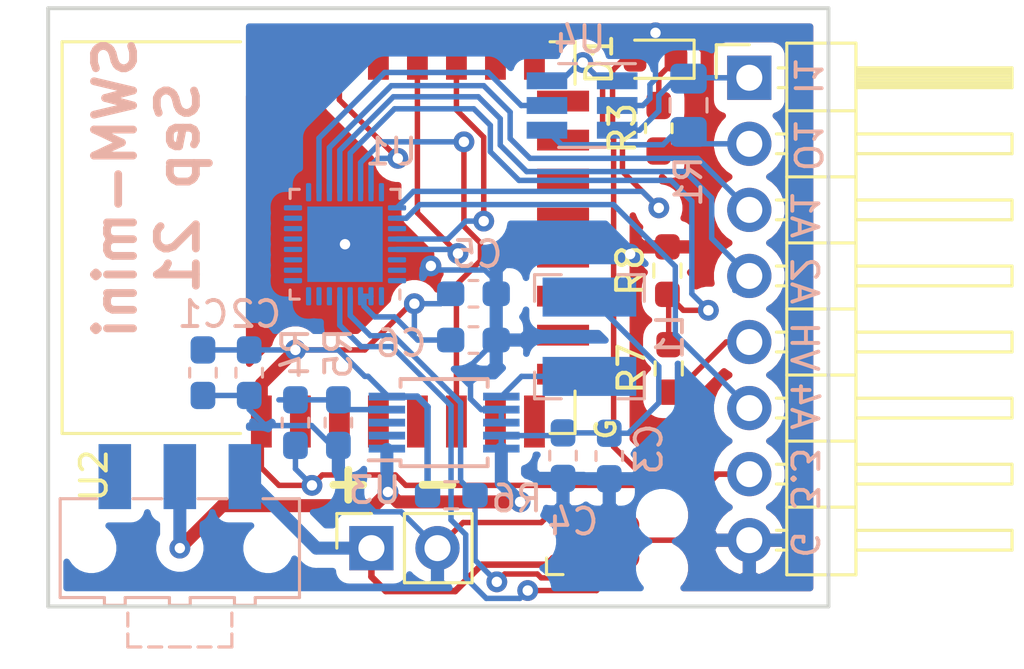
<source format=kicad_pcb>
(kicad_pcb (version 20171130) (host pcbnew "(5.1.10-1-10_14)")

  (general
    (thickness 1.6)
    (drawings 16)
    (tracks 285)
    (zones 0)
    (modules 23)
    (nets 62)
  )

  (page A4)
  (layers
    (0 F.Cu signal)
    (31 B.Cu signal)
    (32 B.Adhes user)
    (33 F.Adhes user)
    (34 B.Paste user hide)
    (35 F.Paste user)
    (36 B.SilkS user)
    (37 F.SilkS user)
    (38 B.Mask user)
    (39 F.Mask user)
    (40 Dwgs.User user hide)
    (41 Cmts.User user)
    (42 Eco1.User user hide)
    (43 Eco2.User user hide)
    (44 Edge.Cuts user)
    (45 Margin user)
    (46 B.CrtYd user)
    (47 F.CrtYd user)
    (48 B.Fab user hide)
    (49 F.Fab user)
  )

  (setup
    (last_trace_width 0.25)
    (user_trace_width 0.21)
    (user_trace_width 0.5)
    (trace_clearance 0.13)
    (zone_clearance 0.508)
    (zone_45_only no)
    (trace_min 0.2)
    (via_size 0.8)
    (via_drill 0.4)
    (via_min_size 0.4)
    (via_min_drill 0.3)
    (uvia_size 0.3)
    (uvia_drill 0.1)
    (uvias_allowed no)
    (uvia_min_size 0.2)
    (uvia_min_drill 0.1)
    (edge_width 0.05)
    (segment_width 0.2)
    (pcb_text_width 0.3)
    (pcb_text_size 1.5 1.5)
    (mod_edge_width 0.12)
    (mod_text_size 1 1)
    (mod_text_width 0.15)
    (pad_size 1.56 0.65)
    (pad_drill 0)
    (pad_to_mask_clearance 0)
    (aux_axis_origin 0 0)
    (visible_elements 7FFFFFFF)
    (pcbplotparams
      (layerselection 0x010fc_ffffffff)
      (usegerberextensions false)
      (usegerberattributes true)
      (usegerberadvancedattributes true)
      (creategerberjobfile true)
      (excludeedgelayer true)
      (linewidth 0.100000)
      (plotframeref false)
      (viasonmask false)
      (mode 1)
      (useauxorigin false)
      (hpglpennumber 1)
      (hpglpenspeed 20)
      (hpglpendiameter 15.000000)
      (psnegative false)
      (psa4output false)
      (plotreference true)
      (plotvalue true)
      (plotinvisibletext false)
      (padsonsilk false)
      (subtractmaskfromsilk false)
      (outputformat 1)
      (mirror false)
      (drillshape 0)
      (scaleselection 1)
      (outputdirectory "output/"))
  )

  (net 0 "")
  (net 1 A2)
  (net 2 GND)
  (net 3 A3)
  (net 4 +3V3)
  (net 5 ARD_RX)
  (net 6 A1)
  (net 7 A0)
  (net 8 PWRC)
  (net 9 ARD_TX)
  (net 10 "Net-(U2-Pad16)")
  (net 11 "Net-(U2-Pad15)")
  (net 12 "Net-(U2-Pad14)")
  (net 13 "Net-(U2-Pad13)")
  (net 14 "Net-(U2-Pad12)")
  (net 15 "Net-(U2-Pad11)")
  (net 16 "Net-(U2-Pad10)")
  (net 17 "Net-(U2-Pad8)")
  (net 18 "Net-(U2-Pad17)")
  (net 19 "Net-(U2-Pad18)")
  (net 20 "Net-(U2-Pad7)")
  (net 21 "Net-(U2-Pad21)")
  (net 22 "Net-(U2-Pad3)")
  (net 23 "Net-(U2-Pad2)")
  (net 24 "Net-(U2-Pad23)")
  (net 25 "Net-(U2-Pad9)")
  (net 26 VIN)
  (net 27 C1_OUT)
  (net 28 C1_IN)
  (net 29 "Net-(L1-Pad2)")
  (net 30 VFB)
  (net 31 LBO)
  (net 32 STATUS)
  (net 33 C2D)
  (net 34 C2CK)
  (net 35 PGT)
  (net 36 "Net-(D1-Pad1)")
  (net 37 BATT)
  (net 38 "Net-(SW1-Pad3)")
  (net 39 LED)
  (net 40 "Net-(U1-Pad1)")
  (net 41 "Net-(U1-Pad6)")
  (net 42 "Net-(U1-Pad7)")
  (net 43 "Net-(U1-Pad8)")
  (net 44 "Net-(U1-Pad9)")
  (net 45 "Net-(U1-Pad10)")
  (net 46 "Net-(U1-Pad11)")
  (net 47 "Net-(U1-Pad12)")
  (net 48 "Net-(U1-Pad13)")
  (net 49 "Net-(U1-Pad14)")
  (net 50 "Net-(U1-Pad15)")
  (net 51 "Net-(U1-Pad16)")
  (net 52 "Net-(U1-Pad17)")
  (net 53 "Net-(U1-Pad24)")
  (net 54 "Net-(U1-Pad27)")
  (net 55 "Net-(U1-Pad30)")
  (net 56 "Net-(U1-Pad31)")
  (net 57 "Net-(U1-Pad32)")
  (net 58 "Net-(J2-Pad4)")
  (net 59 "Net-(J2-Pad2)")
  (net 60 VHIGH)
  (net 61 A4)

  (net_class Default "This is the default net class."
    (clearance 0.13)
    (trace_width 0.25)
    (via_dia 0.8)
    (via_drill 0.4)
    (uvia_dia 0.3)
    (uvia_drill 0.1)
    (add_net +3V3)
    (add_net A0)
    (add_net A1)
    (add_net A2)
    (add_net A3)
    (add_net A4)
    (add_net ARD_RX)
    (add_net ARD_TX)
    (add_net BATT)
    (add_net C1_IN)
    (add_net C1_OUT)
    (add_net C2CK)
    (add_net C2D)
    (add_net GND)
    (add_net LBO)
    (add_net LED)
    (add_net "Net-(D1-Pad1)")
    (add_net "Net-(J2-Pad2)")
    (add_net "Net-(J2-Pad4)")
    (add_net "Net-(L1-Pad2)")
    (add_net "Net-(SW1-Pad3)")
    (add_net "Net-(U1-Pad1)")
    (add_net "Net-(U1-Pad10)")
    (add_net "Net-(U1-Pad11)")
    (add_net "Net-(U1-Pad12)")
    (add_net "Net-(U1-Pad13)")
    (add_net "Net-(U1-Pad14)")
    (add_net "Net-(U1-Pad15)")
    (add_net "Net-(U1-Pad16)")
    (add_net "Net-(U1-Pad17)")
    (add_net "Net-(U1-Pad24)")
    (add_net "Net-(U1-Pad27)")
    (add_net "Net-(U1-Pad30)")
    (add_net "Net-(U1-Pad31)")
    (add_net "Net-(U1-Pad32)")
    (add_net "Net-(U1-Pad6)")
    (add_net "Net-(U1-Pad7)")
    (add_net "Net-(U1-Pad8)")
    (add_net "Net-(U1-Pad9)")
    (add_net "Net-(U2-Pad10)")
    (add_net "Net-(U2-Pad11)")
    (add_net "Net-(U2-Pad12)")
    (add_net "Net-(U2-Pad13)")
    (add_net "Net-(U2-Pad14)")
    (add_net "Net-(U2-Pad15)")
    (add_net "Net-(U2-Pad16)")
    (add_net "Net-(U2-Pad17)")
    (add_net "Net-(U2-Pad18)")
    (add_net "Net-(U2-Pad2)")
    (add_net "Net-(U2-Pad21)")
    (add_net "Net-(U2-Pad23)")
    (add_net "Net-(U2-Pad3)")
    (add_net "Net-(U2-Pad7)")
    (add_net "Net-(U2-Pad8)")
    (add_net "Net-(U2-Pad9)")
    (add_net PGT)
    (add_net PWRC)
    (add_net STATUS)
    (add_net VFB)
    (add_net VHIGH)
    (add_net VIN)
  )

  (module Button_Switch_SMD:SW_SPDT_CK-JS102011SAQN (layer B.Cu) (tedit 6136DA82) (tstamp 61049212)
    (at 115.062 95.758 180)
    (descr "Sub-miniature slide switch, right-angle, http://www.ckswitches.com/media/1422/js.pdf")
    (tags "switch spdt")
    (path /61043960)
    (attr smd)
    (fp_text reference SW1 (at 1.651 5.842) (layer B.SilkS) hide
      (effects (font (size 1 1) (thickness 0.15)) (justify mirror))
    )
    (fp_text value SW_SPDT (at 0 2.9) (layer B.Fab)
      (effects (font (size 1 1) (thickness 0.15)) (justify mirror))
    )
    (fp_line (start -4.5 1.8) (end 4.5 1.8) (layer B.Fab) (width 0.1))
    (fp_line (start 4.5 1.8) (end 4.5 -1.8) (layer B.Fab) (width 0.1))
    (fp_line (start 4.5 -1.8) (end -4.4 -1.8) (layer B.Fab) (width 0.1))
    (fp_line (start -4.4 -1.8) (end -4.5 -1.8) (layer B.Fab) (width 0.1))
    (fp_line (start -4.5 -1.8) (end -4.5 -1.8) (layer B.Fab) (width 0.1))
    (fp_line (start -4.5 1.8) (end -4.5 -1.8) (layer B.Fab) (width 0.1))
    (fp_line (start -4.5 -1.8) (end -4.5 -1.8) (layer B.Fab) (width 0.1))
    (fp_line (start -1.5 -1.8) (end -1.5 -1.8) (layer B.Fab) (width 0.1))
    (fp_line (start 3.2 1.9) (end 4.6 1.9) (layer B.SilkS) (width 0.12))
    (fp_line (start 4.6 1.9) (end 4.6 -1.9) (layer B.SilkS) (width 0.12))
    (fp_line (start -4.6 -1.9) (end -4.6 1.9) (layer B.SilkS) (width 0.12))
    (fp_line (start -4.6 1.9) (end -3.2 1.9) (layer B.SilkS) (width 0.12))
    (fp_line (start 1.8 1.9) (end 0.7 1.9) (layer B.SilkS) (width 0.12))
    (fp_line (start 0.7 1.9) (end 0.7 1.9) (layer B.SilkS) (width 0.12))
    (fp_line (start -0.7 1.9) (end -1.8 1.9) (layer B.SilkS) (width 0.12))
    (fp_line (start -1.8 1.9) (end -1.8 1.9) (layer B.SilkS) (width 0.12))
    (fp_line (start 0.3 -1.8) (end 0.3 -2.1) (layer B.Fab) (width 0.1))
    (fp_line (start 0.3 -2.1) (end -0.3 -2.1) (layer B.Fab) (width 0.1))
    (fp_line (start -0.3 -2.1) (end -0.3 -1.8) (layer B.Fab) (width 0.1))
    (fp_line (start -0.3 -1.8) (end -0.3 -1.8) (layer B.Fab) (width 0.1))
    (fp_line (start -2.2 -1.8) (end -2.2 -2.1) (layer B.Fab) (width 0.1))
    (fp_line (start -2.2 -2.1) (end -2.8 -2.1) (layer B.Fab) (width 0.1))
    (fp_line (start -2.8 -2.1) (end -2.8 -1.8) (layer B.Fab) (width 0.1))
    (fp_line (start -2.8 -1.8) (end -2.8 -1.8) (layer B.Fab) (width 0.1))
    (fp_line (start 2.2 -1.8) (end 2.2 -2.1) (layer B.Fab) (width 0.1))
    (fp_line (start 2.2 -2.1) (end 2.8 -2.1) (layer B.Fab) (width 0.1))
    (fp_line (start 2.8 -2.1) (end 2.8 -1.8) (layer B.Fab) (width 0.1))
    (fp_line (start 2.8 -1.8) (end 2.8 -1.8) (layer B.Fab) (width 0.1))
    (fp_line (start 4.6 -1.9) (end 2.9 -1.9) (layer B.SilkS) (width 0.12))
    (fp_line (start 2.9 -1.9) (end 2.9 -2.2) (layer B.SilkS) (width 0.12))
    (fp_line (start 2.9 -2.2) (end 2.1 -2.2) (layer B.SilkS) (width 0.12))
    (fp_line (start 2.1 -2.2) (end 2.1 -1.9) (layer B.SilkS) (width 0.12))
    (fp_line (start 2.1 -1.9) (end 0.4 -1.9) (layer B.SilkS) (width 0.12))
    (fp_line (start 0.4 -1.9) (end 0.4 -2.2) (layer B.SilkS) (width 0.12))
    (fp_line (start 0.4 -2.2) (end -0.4 -2.2) (layer B.SilkS) (width 0.12))
    (fp_line (start -0.4 -2.2) (end -0.4 -1.9) (layer B.SilkS) (width 0.12))
    (fp_line (start -0.4 -1.9) (end -2.1 -1.9) (layer B.SilkS) (width 0.12))
    (fp_line (start -2.1 -1.9) (end -2.1 -2.2) (layer B.SilkS) (width 0.12))
    (fp_line (start -2.1 -2.2) (end -2.9 -2.2) (layer B.SilkS) (width 0.12))
    (fp_line (start -2.9 -2.2) (end -2.9 -1.9) (layer B.SilkS) (width 0.12))
    (fp_line (start -2.9 -1.9) (end -4.6 -1.9) (layer B.SilkS) (width 0.12))
    (fp_line (start -4.6 -1.9) (end -4.6 -1.9) (layer B.SilkS) (width 0.12))
    (fp_line (start -0.5 -1.8) (end -0.5 -3.8) (layer B.Fab) (width 0.1))
    (fp_line (start -0.5 -3.8) (end -2 -3.8) (layer B.Fab) (width 0.1))
    (fp_line (start -2 -3.8) (end -2 -1.8) (layer B.Fab) (width 0.1))
    (fp_line (start -2 -1.8) (end -2 -1.8) (layer B.Fab) (width 0.1))
    (fp_line (start -5 2.25) (end -5 -2.25) (layer B.CrtYd) (width 0.05))
    (fp_line (start -5 -2.25) (end -3.25 -2.25) (layer B.CrtYd) (width 0.05))
    (fp_line (start -3.25 -2.25) (end -3.25 -2.75) (layer B.CrtYd) (width 0.05))
    (fp_line (start -3.25 -2.75) (end -2.5 -2.75) (layer B.CrtYd) (width 0.05))
    (fp_line (start -2.5 -2.75) (end -2.5 -4.25) (layer B.CrtYd) (width 0.05))
    (fp_line (start -2.5 -4.25) (end 2.5 -4.25) (layer B.CrtYd) (width 0.05))
    (fp_line (start 2.5 -4.25) (end 2.5 -2.5) (layer B.CrtYd) (width 0.05))
    (fp_line (start 2.5 -2.5) (end 3.25 -2.5) (layer B.CrtYd) (width 0.05))
    (fp_line (start 3.25 -2.5) (end 3.25 -2.25) (layer B.CrtYd) (width 0.05))
    (fp_line (start 3.25 -2.25) (end 5 -2.25) (layer B.CrtYd) (width 0.05))
    (fp_line (start 5 -2.25) (end 5 2.25) (layer B.CrtYd) (width 0.05))
    (fp_line (start 5 2.25) (end 3.5 2.25) (layer B.CrtYd) (width 0.05))
    (fp_line (start 3.5 2.25) (end 3.5 4.5) (layer B.CrtYd) (width 0.05))
    (fp_line (start 3.5 4.5) (end -3.5 4.5) (layer B.CrtYd) (width 0.05))
    (fp_line (start -3.5 4.5) (end -3.5 2.25) (layer B.CrtYd) (width 0.05))
    (fp_line (start -3.5 2.25) (end -5 2.25) (layer B.CrtYd) (width 0.05))
    (fp_line (start -5 2.25) (end -5 2.25) (layer B.CrtYd) (width 0.05))
    (fp_line (start -2 -3.8) (end -2 -3.3) (layer B.SilkS) (width 0.12))
    (fp_line (start -2 -3.3) (end -2 -3.3) (layer B.SilkS) (width 0.12))
    (fp_line (start -2 -3.8) (end -1.5 -3.8) (layer B.SilkS) (width 0.12))
    (fp_line (start -1.5 -3.8) (end -1.5 -3.8) (layer B.SilkS) (width 0.12))
    (fp_line (start 2 -3.8) (end 1.5 -3.8) (layer B.SilkS) (width 0.12))
    (fp_line (start 1.5 -3.8) (end 1.5 -3.8) (layer B.SilkS) (width 0.12))
    (fp_line (start 2 -3.8) (end 2 -3.3) (layer B.SilkS) (width 0.12))
    (fp_line (start 2 -3.3) (end 2 -3.3) (layer B.SilkS) (width 0.12))
    (fp_line (start 2 -3) (end 2 -2.5) (layer B.SilkS) (width 0.12))
    (fp_line (start 2 -2.5) (end 2 -2.5) (layer B.SilkS) (width 0.12))
    (fp_line (start -2 -3) (end -2 -2.5) (layer B.SilkS) (width 0.12))
    (fp_line (start -2 -2.5) (end -2 -2.5) (layer B.SilkS) (width 0.12))
    (fp_line (start -1.2 -3.8) (end -0.7 -3.8) (layer B.SilkS) (width 0.12))
    (fp_line (start -0.7 -3.8) (end -0.7 -3.8) (layer B.SilkS) (width 0.12))
    (fp_line (start 1.2 -3.8) (end 0.7 -3.8) (layer B.SilkS) (width 0.12))
    (fp_line (start 0.7 -3.8) (end 0.7 -3.8) (layer B.SilkS) (width 0.12))
    (fp_line (start 0.4 -3.8) (end -0.4 -3.8) (layer B.SilkS) (width 0.12))
    (fp_line (start -0.4 -3.8) (end -0.4 -3.8) (layer B.SilkS) (width 0.12))
    (fp_text user %R (at 0 0) (layer B.Fab)
      (effects (font (size 1 1) (thickness 0.15)) (justify mirror))
    )
    (pad "" np_thru_hole circle (at 3.4 0 180) (size 0.9 0.9) (drill 0.9) (layers *.Cu *.Mask))
    (pad "" np_thru_hole circle (at -3.4 0 180) (size 0.9 0.9) (drill 0.9) (layers *.Cu *.Mask))
    (pad 3 smd rect (at 2.5 2.75 180) (size 1.25 2.5) (layers B.Cu B.Paste B.Mask)
      (net 38 "Net-(SW1-Pad3)"))
    (pad 2 smd rect (at 0 2.75 180) (size 1.25 2.5) (layers B.Cu B.Paste B.Mask)
      (net 26 VIN))
    (pad 1 smd rect (at -2.5 2.75 180) (size 1.25 2.5) (layers B.Cu B.Paste B.Mask)
      (net 37 BATT))
    (model ${KISYS3DMOD}/Button_Switch_SMD.3dshapes/SW_SPDT_CK-JS102011SAQN.wrl
      (at (xyz 0 0 0))
      (scale (xyz 1 1 1))
      (rotate (xyz 0 0 0))
    )
    (model ${KISYS3DMOD}/Button_Switch_SMD.3dshapes/JS102011SAQN.wrl
      (at (xyz 0 0 0))
      (scale (xyz 1 1 1))
      (rotate (xyz 0 0 0))
    )
    (model ${KISYS3DMOD}/Button_Switch_SMD.3dshapes/JS102011SAQN.stp
      (at (xyz 0 0 0))
      (scale (xyz 1 1 1))
      (rotate (xyz -90 0 0))
    )
  )

  (module JDY-08:JDY-08_HandSoldering (layer F.Cu) (tedit 6136D904) (tstamp 612CE899)
    (at 120.396 83.82 90)
    (tags "JDY-08 BLE")
    (path /60F6CD69)
    (solder_mask_margin 0.2)
    (fp_text reference U2 (at -9.144 -8.636 270) (layer F.SilkS)
      (effects (font (size 1 1) (thickness 0.15)))
    )
    (fp_text value JDY-08 (at 0 -11.4 90) (layer F.Fab)
      (effects (font (size 1 1) (thickness 0.15)))
    )
    (fp_line (start -8.5 -10.3) (end -8.5 11) (layer F.CrtYd) (width 0.1))
    (fp_line (start 8.5 -10.3) (end -8.5 -10.3) (layer F.CrtYd) (width 0.1))
    (fp_line (start 8.5 11) (end 8.5 -10.3) (layer F.CrtYd) (width 0.1))
    (fp_line (start -8.5 11) (end 8.5 11) (layer F.CrtYd) (width 0.1))
    (fp_line (start -4 -8.5) (end -4 -3.5) (layer F.Fab) (width 0.15))
    (fp_line (start -6 -8.5) (end -6 -3.5) (layer F.Fab) (width 0.15))
    (fp_line (start -2 -8.5) (end -6 -8.5) (layer F.Fab) (width 0.15))
    (fp_line (start -2 -3.5) (end -2 -8.5) (layer F.Fab) (width 0.15))
    (fp_line (start 0 -3.5) (end -2 -3.5) (layer F.Fab) (width 0.15))
    (fp_line (start 0 -8.5) (end 0 -3.5) (layer F.Fab) (width 0.15))
    (fp_line (start 2 -8.5) (end 0 -8.5) (layer F.Fab) (width 0.15))
    (fp_line (start 2 -3.5) (end 2 -8.5) (layer F.Fab) (width 0.15))
    (fp_line (start 4 -3.5) (end 2 -3.5) (layer F.Fab) (width 0.15))
    (fp_line (start 4 -8.5) (end 4 -3.5) (layer F.Fab) (width 0.15))
    (fp_line (start 6 -8.5) (end 4 -8.5) (layer F.Fab) (width 0.15))
    (fp_line (start 6 -3.5) (end 6 -8.5) (layer F.Fab) (width 0.15))
    (fp_line (start 7.53 9.86) (end 7.53 8.9) (layer F.SilkS) (width 0.12))
    (fp_line (start 5.9 9.86) (end 7.53 9.86) (layer F.SilkS) (width 0.12))
    (fp_line (start -7.53 9.86) (end -5.9 9.86) (layer F.SilkS) (width 0.12))
    (fp_line (start -7.53 8.9) (end -7.53 9.86) (layer F.SilkS) (width 0.12))
    (fp_line (start 7.53 -9.86) (end 7.53 -3) (layer F.SilkS) (width 0.12))
    (fp_line (start -7.53 -9.86) (end 7.53 -9.86) (layer F.SilkS) (width 0.12))
    (fp_line (start -7.53 -3) (end -7.53 -9.86) (layer F.SilkS) (width 0.12))
    (fp_line (start 7.47 -9.8) (end 7.47 9.8) (layer F.Fab) (width 0.1))
    (fp_line (start -7.47 -9.8) (end -7.47 9.8) (layer F.Fab) (width 0.1))
    (fp_line (start -7.47 9.8) (end 7.47 9.8) (layer F.Fab) (width 0.1))
    (fp_line (start -7.47 -9.8) (end 7.47 -9.8) (layer F.Fab) (width 0.1))
    (pad 16 smd rect (at 5.25 9.4 270) (size 0.8 2) (layers F.Cu F.Paste F.Mask)
      (net 10 "Net-(U2-Pad16)"))
    (pad 15 smd rect (at 3.75 9.4 270) (size 0.8 2) (layers F.Cu F.Paste F.Mask)
      (net 11 "Net-(U2-Pad15)"))
    (pad 14 smd rect (at 2.25 9.4 270) (size 0.8 2) (layers F.Cu F.Paste F.Mask)
      (net 12 "Net-(U2-Pad14)"))
    (pad 13 smd rect (at 0.75 9.4 270) (size 0.8 2) (layers F.Cu F.Paste F.Mask)
      (net 13 "Net-(U2-Pad13)"))
    (pad 12 smd rect (at -0.75 9.4 270) (size 0.8 2) (layers F.Cu F.Paste F.Mask)
      (net 14 "Net-(U2-Pad12)"))
    (pad 11 smd rect (at -2.25 9.4 270) (size 0.8 2) (layers F.Cu F.Paste F.Mask)
      (net 15 "Net-(U2-Pad11)"))
    (pad 10 smd rect (at -3.75 9.4 270) (size 0.8 2) (layers F.Cu F.Paste F.Mask)
      (net 16 "Net-(U2-Pad10)"))
    (pad 8 smd rect (at -7.07 8.3 270) (size 2 0.8) (layers F.Cu F.Paste F.Mask)
      (net 17 "Net-(U2-Pad8)"))
    (pad 17 smd rect (at 7.07 8.3 270) (size 2 0.8) (layers F.Cu F.Paste F.Mask)
      (net 18 "Net-(U2-Pad17)"))
    (pad 18 smd rect (at 7.07 6.8 270) (size 2 0.8) (layers F.Cu F.Paste F.Mask)
      (net 19 "Net-(U2-Pad18)"))
    (pad 7 smd rect (at -7.07 6.8 270) (size 2 0.8) (layers F.Cu F.Paste F.Mask)
      (net 20 "Net-(U2-Pad7)"))
    (pad 6 smd rect (at -7.07 5.3 270) (size 2 0.8) (layers F.Cu F.Paste F.Mask)
      (net 32 STATUS))
    (pad 19 smd rect (at 7.07 5.3 270) (size 2 0.8) (layers F.Cu F.Paste F.Mask)
      (net 5 ARD_RX))
    (pad 20 smd rect (at 7.07 3.8 270) (size 2 0.8) (layers F.Cu F.Paste F.Mask)
      (net 9 ARD_TX))
    (pad 5 smd rect (at -7.07 3.8 270) (size 2 0.8) (layers F.Cu F.Paste F.Mask))
    (pad 4 smd rect (at -7.07 2.3 270) (size 2 0.8) (layers F.Cu F.Paste F.Mask))
    (pad 21 smd rect (at 7.07 2.3 270) (size 2 0.8) (layers F.Cu F.Paste F.Mask)
      (net 21 "Net-(U2-Pad21)"))
    (pad 22 smd rect (at 7.07 0.8 270) (size 2 0.8) (layers F.Cu F.Paste F.Mask)
      (net 8 PWRC))
    (pad 3 smd rect (at -7.07 0.8 270) (size 2 0.8) (layers F.Cu F.Paste F.Mask)
      (net 22 "Net-(U2-Pad3)"))
    (pad 2 smd rect (at -7.07 -0.7 270) (size 2 0.8) (layers F.Cu F.Paste F.Mask)
      (net 23 "Net-(U2-Pad2)"))
    (pad 23 smd rect (at 7.07 -0.7 270) (size 2 0.8) (layers F.Cu F.Paste F.Mask)
      (net 24 "Net-(U2-Pad23)"))
    (pad 24 smd rect (at 7.07 -2.2 270) (size 2 0.8) (layers F.Cu F.Paste F.Mask)
      (net 2 GND))
    (pad 9 smd rect (at -5.25 9.4 270) (size 0.8 2) (layers F.Cu F.Paste F.Mask)
      (net 25 "Net-(U2-Pad9)"))
    (pad 1 smd rect (at -7.07 -2.2 270) (size 2 0.8) (layers F.Cu F.Paste F.Mask)
      (net 4 +3V3))
    (model ../../../../../../Users/kich/Project/JDY-08/JDY-08..3dshapes/JDY-08.wrl
      (at (xyz 0 0 0))
      (scale (xyz 1 1 1))
      (rotate (xyz 0 0 0))
    )
    (model ${KISYS3DMOD}/JDY-08.3dshapes/JDY-08.wrl
      (at (xyz 0 0 0))
      (scale (xyz 1 1 1))
      (rotate (xyz 0 0 0))
    )
  )

  (module Package_DFN_QFN:QFN-32-1EP_4x4mm_P0.4mm_EP2.9x2.9mm (layer B.Cu) (tedit 5DC5F6A4) (tstamp 611DC710)
    (at 121.412 84.074 90)
    (descr "QFN, 32 Pin (http://ww1.microchip.com/downloads/en/DeviceDoc/atmel-8153-8-and-16-bit-avr-microcontroller-xmega-e-atxmega8e5-atxmega16e5-atxmega32e5_datasheet.pdf#page=70), generated with kicad-footprint-generator ipc_noLead_generator.py")
    (tags "QFN NoLead")
    (path /611E9E7B)
    (attr smd)
    (fp_text reference U1 (at 3.556 1.778 180) (layer B.SilkS)
      (effects (font (size 1 1) (thickness 0.15)) (justify mirror))
    )
    (fp_text value EFM8LB1 (at 0 -3.3 270) (layer B.Fab)
      (effects (font (size 1 1) (thickness 0.15)) (justify mirror))
    )
    (fp_line (start 1.76 2.11) (end 2.11 2.11) (layer B.SilkS) (width 0.12))
    (fp_line (start 2.11 2.11) (end 2.11 1.76) (layer B.SilkS) (width 0.12))
    (fp_line (start -1.76 -2.11) (end -2.11 -2.11) (layer B.SilkS) (width 0.12))
    (fp_line (start -2.11 -2.11) (end -2.11 -1.76) (layer B.SilkS) (width 0.12))
    (fp_line (start 1.76 -2.11) (end 2.11 -2.11) (layer B.SilkS) (width 0.12))
    (fp_line (start 2.11 -2.11) (end 2.11 -1.76) (layer B.SilkS) (width 0.12))
    (fp_line (start -1.76 2.11) (end -2.11 2.11) (layer B.SilkS) (width 0.12))
    (fp_line (start -1 2) (end 2 2) (layer B.Fab) (width 0.1))
    (fp_line (start 2 2) (end 2 -2) (layer B.Fab) (width 0.1))
    (fp_line (start 2 -2) (end -2 -2) (layer B.Fab) (width 0.1))
    (fp_line (start -2 -2) (end -2 1) (layer B.Fab) (width 0.1))
    (fp_line (start -2 1) (end -1 2) (layer B.Fab) (width 0.1))
    (fp_line (start -2.6 2.6) (end -2.6 -2.6) (layer B.CrtYd) (width 0.05))
    (fp_line (start -2.6 -2.6) (end 2.6 -2.6) (layer B.CrtYd) (width 0.05))
    (fp_line (start 2.6 -2.6) (end 2.6 2.6) (layer B.CrtYd) (width 0.05))
    (fp_line (start 2.6 2.6) (end -2.6 2.6) (layer B.CrtYd) (width 0.05))
    (fp_text user %R (at 0 0 270) (layer B.Fab)
      (effects (font (size 1 1) (thickness 0.15)) (justify mirror))
    )
    (pad 1 smd roundrect (at -2 1.4 90) (size 0.7 0.2) (layers B.Cu B.Paste B.Mask) (roundrect_rratio 0.25)
      (net 40 "Net-(U1-Pad1)"))
    (pad 2 smd roundrect (at -2 1 90) (size 0.7 0.2) (layers B.Cu B.Paste B.Mask) (roundrect_rratio 0.25)
      (net 4 +3V3))
    (pad 3 smd roundrect (at -2 0.6 90) (size 0.7 0.2) (layers B.Cu B.Paste B.Mask) (roundrect_rratio 0.25)
      (net 4 +3V3))
    (pad 4 smd roundrect (at -2 0.2 90) (size 0.7 0.2) (layers B.Cu B.Paste B.Mask) (roundrect_rratio 0.25)
      (net 34 C2CK))
    (pad 5 smd roundrect (at -2 -0.2 90) (size 0.7 0.2) (layers B.Cu B.Paste B.Mask) (roundrect_rratio 0.25)
      (net 33 C2D))
    (pad 6 smd roundrect (at -2 -0.6 90) (size 0.7 0.2) (layers B.Cu B.Paste B.Mask) (roundrect_rratio 0.25)
      (net 41 "Net-(U1-Pad6)"))
    (pad 7 smd roundrect (at -2 -1 90) (size 0.7 0.2) (layers B.Cu B.Paste B.Mask) (roundrect_rratio 0.25)
      (net 42 "Net-(U1-Pad7)"))
    (pad 8 smd roundrect (at -2 -1.4 90) (size 0.7 0.2) (layers B.Cu B.Paste B.Mask) (roundrect_rratio 0.25)
      (net 43 "Net-(U1-Pad8)"))
    (pad 9 smd roundrect (at -1.4 -2 90) (size 0.2 0.7) (layers B.Cu B.Paste B.Mask) (roundrect_rratio 0.25)
      (net 44 "Net-(U1-Pad9)"))
    (pad 10 smd roundrect (at -1 -2 90) (size 0.2 0.7) (layers B.Cu B.Paste B.Mask) (roundrect_rratio 0.25)
      (net 45 "Net-(U1-Pad10)"))
    (pad 11 smd roundrect (at -0.6 -2 90) (size 0.2 0.7) (layers B.Cu B.Paste B.Mask) (roundrect_rratio 0.25)
      (net 46 "Net-(U1-Pad11)"))
    (pad 12 smd roundrect (at -0.2 -2 90) (size 0.2 0.7) (layers B.Cu B.Paste B.Mask) (roundrect_rratio 0.25)
      (net 47 "Net-(U1-Pad12)"))
    (pad 13 smd roundrect (at 0.2 -2 90) (size 0.2 0.7) (layers B.Cu B.Paste B.Mask) (roundrect_rratio 0.25)
      (net 48 "Net-(U1-Pad13)"))
    (pad 14 smd roundrect (at 0.6 -2 90) (size 0.2 0.7) (layers B.Cu B.Paste B.Mask) (roundrect_rratio 0.25)
      (net 49 "Net-(U1-Pad14)"))
    (pad 15 smd roundrect (at 1 -2 90) (size 0.2 0.7) (layers B.Cu B.Paste B.Mask) (roundrect_rratio 0.25)
      (net 50 "Net-(U1-Pad15)"))
    (pad 16 smd roundrect (at 1.4 -2 90) (size 0.2 0.7) (layers B.Cu B.Paste B.Mask) (roundrect_rratio 0.25)
      (net 51 "Net-(U1-Pad16)"))
    (pad 17 smd roundrect (at 2 -1.4 90) (size 0.7 0.2) (layers B.Cu B.Paste B.Mask) (roundrect_rratio 0.25)
      (net 52 "Net-(U1-Pad17)"))
    (pad 18 smd roundrect (at 2 -1 90) (size 0.7 0.2) (layers B.Cu B.Paste B.Mask) (roundrect_rratio 0.25)
      (net 7 A0))
    (pad 19 smd roundrect (at 2 -0.6 90) (size 0.7 0.2) (layers B.Cu B.Paste B.Mask) (roundrect_rratio 0.25)
      (net 6 A1))
    (pad 20 smd roundrect (at 2 -0.2 90) (size 0.7 0.2) (layers B.Cu B.Paste B.Mask) (roundrect_rratio 0.25)
      (net 1 A2))
    (pad 21 smd roundrect (at 2 0.2 90) (size 0.7 0.2) (layers B.Cu B.Paste B.Mask) (roundrect_rratio 0.25)
      (net 3 A3))
    (pad 22 smd roundrect (at 2 0.6 90) (size 0.7 0.2) (layers B.Cu B.Paste B.Mask) (roundrect_rratio 0.25)
      (net 32 STATUS))
    (pad 23 smd roundrect (at 2 1 90) (size 0.7 0.2) (layers B.Cu B.Paste B.Mask) (roundrect_rratio 0.25)
      (net 8 PWRC))
    (pad 24 smd roundrect (at 2 1.4 90) (size 0.7 0.2) (layers B.Cu B.Paste B.Mask) (roundrect_rratio 0.25)
      (net 53 "Net-(U1-Pad24)"))
    (pad 25 smd roundrect (at 1.4 2 90) (size 0.2 0.7) (layers B.Cu B.Paste B.Mask) (roundrect_rratio 0.25)
      (net 39 LED))
    (pad 26 smd roundrect (at 1 2 90) (size 0.2 0.7) (layers B.Cu B.Paste B.Mask) (roundrect_rratio 0.25)
      (net 61 A4))
    (pad 27 smd roundrect (at 0.6 2 90) (size 0.2 0.7) (layers B.Cu B.Paste B.Mask) (roundrect_rratio 0.25)
      (net 54 "Net-(U1-Pad27)"))
    (pad 28 smd roundrect (at 0.2 2 90) (size 0.2 0.7) (layers B.Cu B.Paste B.Mask) (roundrect_rratio 0.25)
      (net 5 ARD_RX))
    (pad 29 smd roundrect (at -0.2 2 90) (size 0.2 0.7) (layers B.Cu B.Paste B.Mask) (roundrect_rratio 0.25)
      (net 9 ARD_TX))
    (pad 30 smd roundrect (at -0.6 2 90) (size 0.2 0.7) (layers B.Cu B.Paste B.Mask) (roundrect_rratio 0.25)
      (net 55 "Net-(U1-Pad30)"))
    (pad 31 smd roundrect (at -1 2 90) (size 0.2 0.7) (layers B.Cu B.Paste B.Mask) (roundrect_rratio 0.25)
      (net 56 "Net-(U1-Pad31)"))
    (pad 32 smd roundrect (at -1.4 2 90) (size 0.2 0.7) (layers B.Cu B.Paste B.Mask) (roundrect_rratio 0.25)
      (net 57 "Net-(U1-Pad32)"))
    (pad 33 smd rect (at 0 0 90) (size 2.9 2.9) (layers B.Cu B.Mask)
      (net 2 GND))
    (pad "" smd roundrect (at -0.725 0.725 90) (size 1.17 1.17) (layers B.Paste) (roundrect_rratio 0.213674358974359))
    (pad "" smd roundrect (at -0.725 -0.725 90) (size 1.17 1.17) (layers B.Paste) (roundrect_rratio 0.213674358974359))
    (pad "" smd roundrect (at 0.725 0.725 90) (size 1.17 1.17) (layers B.Paste) (roundrect_rratio 0.213674358974359))
    (pad "" smd roundrect (at 0.725 -0.725 90) (size 1.17 1.17) (layers B.Paste) (roundrect_rratio 0.213674358974359))
    (model ${KISYS3DMOD}/Package_DFN_QFN.3dshapes/QFN-32-1EP_4x4mm_P0.4mm_EP2.9x2.9mm.wrl
      (at (xyz 0 0 0))
      (scale (xyz 1 1 1))
      (rotate (xyz 0 0 0))
    )
  )

  (module Package_TO_SOT_SMD:SOT-23-6_Handsoldering (layer B.Cu) (tedit 5A02FF57) (tstamp 612D48E2)
    (at 130.5268 78.74 180)
    (descr "6-pin SOT-23 package, Handsoldering")
    (tags "SOT-23-6 Handsoldering")
    (path /612DBC77)
    (attr smd)
    (fp_text reference U4 (at 0.0978 2.54) (layer B.SilkS)
      (effects (font (size 1 1) (thickness 0.15)) (justify mirror))
    )
    (fp_text value MAX44284 (at 0 -2.9) (layer B.Fab)
      (effects (font (size 1 1) (thickness 0.15)) (justify mirror))
    )
    (fp_line (start 0.9 1.55) (end 0.9 -1.55) (layer B.Fab) (width 0.1))
    (fp_line (start 0.9 -1.55) (end -0.9 -1.55) (layer B.Fab) (width 0.1))
    (fp_line (start -0.9 0.9) (end -0.9 -1.55) (layer B.Fab) (width 0.1))
    (fp_line (start 0.9 1.55) (end -0.25 1.55) (layer B.Fab) (width 0.1))
    (fp_line (start -0.9 0.9) (end -0.25 1.55) (layer B.Fab) (width 0.1))
    (fp_line (start -2.4 1.8) (end 2.4 1.8) (layer B.CrtYd) (width 0.05))
    (fp_line (start 2.4 1.8) (end 2.4 -1.8) (layer B.CrtYd) (width 0.05))
    (fp_line (start 2.4 -1.8) (end -2.4 -1.8) (layer B.CrtYd) (width 0.05))
    (fp_line (start -2.4 -1.8) (end -2.4 1.8) (layer B.CrtYd) (width 0.05))
    (fp_line (start 0.9 1.61) (end -2.05 1.61) (layer B.SilkS) (width 0.12))
    (fp_line (start -0.9 -1.61) (end 0.9 -1.61) (layer B.SilkS) (width 0.12))
    (fp_text user %R (at 0 0 270) (layer B.Fab)
      (effects (font (size 0.5 0.5) (thickness 0.075)) (justify mirror))
    )
    (pad 5 smd rect (at 1.35 0 180) (size 1.56 0.65) (layers B.Cu B.Paste B.Mask)
      (net 7 A0))
    (pad 6 smd rect (at 1.35 0.95 180) (size 1.56 0.65) (layers B.Cu B.Paste B.Mask)
      (net 4 +3V3))
    (pad 4 smd rect (at 1.35 -0.95 180) (size 1.56 0.65) (layers B.Cu B.Paste B.Mask)
      (net 27 C1_OUT))
    (pad 3 smd rect (at -1.35 -0.95 180) (size 1.56 0.65) (layers B.Cu B.Paste B.Mask)
      (net 28 C1_IN))
    (pad 2 smd rect (at -1.35 0 180) (size 1.56 0.65) (layers B.Cu B.Paste B.Mask)
      (net 2 GND))
    (pad 1 smd rect (at -1.35 0.95 180) (size 1.56 0.65) (layers B.Cu B.Paste B.Mask)
      (net 4 +3V3))
    (model ${KISYS3DMOD}/Package_TO_SOT_SMD.3dshapes/SOT-23-6.wrl
      (at (xyz 0 0 0))
      (scale (xyz 1 1 1))
      (rotate (xyz 0 0 0))
    )
  )

  (module Resistor_SMD:R_0603_1608Metric_Pad0.98x0.95mm_HandSolder (layer F.Cu) (tedit 5F68FEEE) (tstamp 612D4864)
    (at 133.8072 85.0881 90)
    (descr "Resistor SMD 0603 (1608 Metric), square (rectangular) end terminal, IPC_7351 nominal with elongated pad for handsoldering. (Body size source: IPC-SM-782 page 72, https://www.pcb-3d.com/wordpress/wp-content/uploads/ipc-sm-782a_amendment_1_and_2.pdf), generated with kicad-footprint-generator")
    (tags "resistor handsolder")
    (path /61316095)
    (attr smd)
    (fp_text reference R8 (at 0 -1.43 -90) (layer F.SilkS)
      (effects (font (size 1 1) (thickness 0.15)))
    )
    (fp_text value 10k (at 0 1.43 -90) (layer F.Fab)
      (effects (font (size 1 1) (thickness 0.15)))
    )
    (fp_line (start -0.8 0.4125) (end -0.8 -0.4125) (layer F.Fab) (width 0.1))
    (fp_line (start -0.8 -0.4125) (end 0.8 -0.4125) (layer F.Fab) (width 0.1))
    (fp_line (start 0.8 -0.4125) (end 0.8 0.4125) (layer F.Fab) (width 0.1))
    (fp_line (start 0.8 0.4125) (end -0.8 0.4125) (layer F.Fab) (width 0.1))
    (fp_line (start -0.254724 -0.5225) (end 0.254724 -0.5225) (layer F.SilkS) (width 0.12))
    (fp_line (start -0.254724 0.5225) (end 0.254724 0.5225) (layer F.SilkS) (width 0.12))
    (fp_line (start -1.65 0.73) (end -1.65 -0.73) (layer F.CrtYd) (width 0.05))
    (fp_line (start -1.65 -0.73) (end 1.65 -0.73) (layer F.CrtYd) (width 0.05))
    (fp_line (start 1.65 -0.73) (end 1.65 0.73) (layer F.CrtYd) (width 0.05))
    (fp_line (start 1.65 0.73) (end -1.65 0.73) (layer F.CrtYd) (width 0.05))
    (fp_text user %R (at 0 0 -90) (layer F.Fab)
      (effects (font (size 0.4 0.4) (thickness 0.06)))
    )
    (pad 2 smd roundrect (at 0.9125 0 90) (size 0.975 0.95) (layers F.Cu F.Paste F.Mask) (roundrect_rratio 0.25)
      (net 2 GND))
    (pad 1 smd roundrect (at -0.9125 0 90) (size 0.975 0.95) (layers F.Cu F.Paste F.Mask) (roundrect_rratio 0.25)
      (net 3 A3))
    (model ${KISYS3DMOD}/Resistor_SMD.3dshapes/R_0603_1608Metric.wrl
      (at (xyz 0 0 0))
      (scale (xyz 1 1 1))
      (rotate (xyz 0 0 0))
    )
  )

  (module Resistor_SMD:R_0603_1608Metric_Pad0.98x0.95mm_HandSolder (layer F.Cu) (tedit 5F68FEEE) (tstamp 612D4834)
    (at 133.858 88.8492 90)
    (descr "Resistor SMD 0603 (1608 Metric), square (rectangular) end terminal, IPC_7351 nominal with elongated pad for handsoldering. (Body size source: IPC-SM-782 page 72, https://www.pcb-3d.com/wordpress/wp-content/uploads/ipc-sm-782a_amendment_1_and_2.pdf), generated with kicad-footprint-generator")
    (tags "resistor handsolder")
    (path /6131256B)
    (attr smd)
    (fp_text reference R7 (at 0 -1.43 270) (layer F.SilkS)
      (effects (font (size 1 1) (thickness 0.15)))
    )
    (fp_text value 110k (at 0 1.43 270) (layer F.Fab)
      (effects (font (size 1 1) (thickness 0.15)))
    )
    (fp_line (start -0.8 0.4125) (end -0.8 -0.4125) (layer F.Fab) (width 0.1))
    (fp_line (start -0.8 -0.4125) (end 0.8 -0.4125) (layer F.Fab) (width 0.1))
    (fp_line (start 0.8 -0.4125) (end 0.8 0.4125) (layer F.Fab) (width 0.1))
    (fp_line (start 0.8 0.4125) (end -0.8 0.4125) (layer F.Fab) (width 0.1))
    (fp_line (start -0.254724 -0.5225) (end 0.254724 -0.5225) (layer F.SilkS) (width 0.12))
    (fp_line (start -0.254724 0.5225) (end 0.254724 0.5225) (layer F.SilkS) (width 0.12))
    (fp_line (start -1.65 0.73) (end -1.65 -0.73) (layer F.CrtYd) (width 0.05))
    (fp_line (start -1.65 -0.73) (end 1.65 -0.73) (layer F.CrtYd) (width 0.05))
    (fp_line (start 1.65 -0.73) (end 1.65 0.73) (layer F.CrtYd) (width 0.05))
    (fp_line (start 1.65 0.73) (end -1.65 0.73) (layer F.CrtYd) (width 0.05))
    (fp_text user %R (at 0 0 270) (layer F.Fab)
      (effects (font (size 0.4 0.4) (thickness 0.06)))
    )
    (pad 2 smd roundrect (at 0.9125 0 90) (size 0.975 0.95) (layers F.Cu F.Paste F.Mask) (roundrect_rratio 0.25)
      (net 3 A3))
    (pad 1 smd roundrect (at -0.9125 0 90) (size 0.975 0.95) (layers F.Cu F.Paste F.Mask) (roundrect_rratio 0.25)
      (net 60 VHIGH))
    (model ${KISYS3DMOD}/Resistor_SMD.3dshapes/R_0603_1608Metric.wrl
      (at (xyz 0 0 0))
      (scale (xyz 1 1 1))
      (rotate (xyz 0 0 0))
    )
  )

  (module Inductor_SMD:L_Bourns-SRN4018 (layer B.Cu) (tedit 5B471911) (tstamp 61276873)
    (at 130.81 87.63 270)
    (descr "Bourns SRN4018 series SMD inductor, https://www.bourns.com/docs/Product-Datasheets/SRN4018.pdf")
    (tags "Bourns SRN4018 SMD inductor")
    (path /60FD4756)
    (attr smd)
    (fp_text reference L1 (at 0 -3.1 90) (layer B.SilkS)
      (effects (font (size 1 1) (thickness 0.15)) (justify mirror))
    )
    (fp_text value 4.7uH (at 0 3.1 90) (layer B.Fab)
      (effects (font (size 1 1) (thickness 0.15)) (justify mirror))
    )
    (fp_line (start 2 -2) (end -2 -2) (layer B.Fab) (width 0.1))
    (fp_line (start -2 2) (end 2 2) (layer B.Fab) (width 0.1))
    (fp_line (start -2.385 2.11) (end -2.385 1.085) (layer B.SilkS) (width 0.12))
    (fp_line (start -2.385 2.11) (end -1.36 2.11) (layer B.SilkS) (width 0.12))
    (fp_line (start -2 2) (end -2 -2) (layer B.Fab) (width 0.1))
    (fp_line (start 2 2) (end 2 -2) (layer B.Fab) (width 0.1))
    (fp_line (start 2.385 2.11) (end 1.36 2.11) (layer B.SilkS) (width 0.12))
    (fp_line (start 2.385 2.11) (end 2.385 1.085) (layer B.SilkS) (width 0.12))
    (fp_line (start 2.385 -2.11) (end 2.385 -1.085) (layer B.SilkS) (width 0.12))
    (fp_line (start -2.385 -2.11) (end -2.385 -1.085) (layer B.SilkS) (width 0.12))
    (fp_line (start 2.385 -2.11) (end 1.36 -2.11) (layer B.SilkS) (width 0.12))
    (fp_line (start -2.385 -2.11) (end -1.36 -2.11) (layer B.SilkS) (width 0.12))
    (fp_line (start -2.53 2.25) (end 2.53 2.25) (layer B.CrtYd) (width 0.05))
    (fp_line (start 2.53 2.25) (end 2.53 -2.25) (layer B.CrtYd) (width 0.05))
    (fp_line (start -2.53 -2.25) (end 2.53 -2.25) (layer B.CrtYd) (width 0.05))
    (fp_line (start -2.53 2.25) (end -2.53 -2.25) (layer B.CrtYd) (width 0.05))
    (fp_text user %R (at 0 0 90) (layer B.Fab)
      (effects (font (size 1 1) (thickness 0.15)) (justify mirror))
    )
    (pad 2 smd rect (at 1.525 0 270) (size 1.5 3.6) (layers B.Cu B.Paste B.Mask)
      (net 29 "Net-(L1-Pad2)"))
    (pad 1 smd rect (at -1.525 0 270) (size 1.5 3.6) (layers B.Cu B.Paste B.Mask)
      (net 26 VIN))
    (model ${KISYS3DMOD}/Inductor_SMD.3dshapes/L_Bourns-SRN4018.wrl
      (at (xyz 0 0 0))
      (scale (xyz 1 1 1))
      (rotate (xyz 0 0 0))
    )
  )

  (module Package_SO:MSOP-10_3x3mm_P0.5mm (layer B.Cu) (tedit 5A02F25C) (tstamp 61274C04)
    (at 125.222 90.932)
    (descr "10-Lead Plastic Micro Small Outline Package (MS) [MSOP] (see Microchip Packaging Specification 00000049BS.pdf)")
    (tags "SSOP 0.5")
    (path /60F711CF)
    (attr smd)
    (fp_text reference U3 (at -2.667 2.6) (layer B.SilkS)
      (effects (font (size 1 1) (thickness 0.15)) (justify mirror))
    )
    (fp_text value MCP16415 (at 0 -2.6) (layer B.Fab)
      (effects (font (size 1 1) (thickness 0.15)) (justify mirror))
    )
    (fp_line (start -0.5 1.5) (end 1.5 1.5) (layer B.Fab) (width 0.15))
    (fp_line (start 1.5 1.5) (end 1.5 -1.5) (layer B.Fab) (width 0.15))
    (fp_line (start 1.5 -1.5) (end -1.5 -1.5) (layer B.Fab) (width 0.15))
    (fp_line (start -1.5 -1.5) (end -1.5 0.5) (layer B.Fab) (width 0.15))
    (fp_line (start -1.5 0.5) (end -0.5 1.5) (layer B.Fab) (width 0.15))
    (fp_line (start -3.15 1.85) (end -3.15 -1.85) (layer B.CrtYd) (width 0.05))
    (fp_line (start 3.15 1.85) (end 3.15 -1.85) (layer B.CrtYd) (width 0.05))
    (fp_line (start -3.15 1.85) (end 3.15 1.85) (layer B.CrtYd) (width 0.05))
    (fp_line (start -3.15 -1.85) (end 3.15 -1.85) (layer B.CrtYd) (width 0.05))
    (fp_line (start -1.675 1.675) (end -1.675 1.45) (layer B.SilkS) (width 0.15))
    (fp_line (start 1.675 1.675) (end 1.675 1.375) (layer B.SilkS) (width 0.15))
    (fp_line (start 1.675 -1.675) (end 1.675 -1.375) (layer B.SilkS) (width 0.15))
    (fp_line (start -1.675 -1.675) (end -1.675 -1.375) (layer B.SilkS) (width 0.15))
    (fp_line (start -1.675 1.675) (end 1.675 1.675) (layer B.SilkS) (width 0.15))
    (fp_line (start -1.675 -1.675) (end 1.675 -1.675) (layer B.SilkS) (width 0.15))
    (fp_line (start -1.675 1.45) (end -2.9 1.45) (layer B.SilkS) (width 0.15))
    (fp_text user %R (at 0 0) (layer B.Fab)
      (effects (font (size 0.6 0.6) (thickness 0.15)) (justify mirror))
    )
    (pad 10 smd rect (at 2.2 1) (size 1.4 0.3) (layers B.Cu B.Paste B.Mask)
      (net 26 VIN))
    (pad 9 smd rect (at 2.2 0.5) (size 1.4 0.3) (layers B.Cu B.Paste B.Mask)
      (net 26 VIN))
    (pad 8 smd rect (at 2.2 0) (size 1.4 0.3) (layers B.Cu B.Paste B.Mask)
      (net 2 GND))
    (pad 7 smd rect (at 2.2 -0.5) (size 1.4 0.3) (layers B.Cu B.Paste B.Mask)
      (net 2 GND))
    (pad 6 smd rect (at 2.2 -1) (size 1.4 0.3) (layers B.Cu B.Paste B.Mask)
      (net 29 "Net-(L1-Pad2)"))
    (pad 5 smd rect (at -2.2 -1) (size 1.4 0.3) (layers B.Cu B.Paste B.Mask)
      (net 4 +3V3))
    (pad 4 smd rect (at -2.2 -0.5) (size 1.4 0.3) (layers B.Cu B.Paste B.Mask)
      (net 30 VFB))
    (pad 3 smd rect (at -2.2 0) (size 1.4 0.3) (layers B.Cu B.Paste B.Mask)
      (net 35 PGT))
    (pad 2 smd rect (at -2.2 0.5) (size 1.4 0.3) (layers B.Cu B.Paste B.Mask)
      (net 31 LBO))
    (pad 1 smd rect (at -2.2 1) (size 1.4 0.3) (layers B.Cu B.Paste B.Mask)
      (net 26 VIN))
    (model ${KISYS3DMOD}/Package_SO.3dshapes/MSOP-10_3x3mm_P0.5mm.wrl
      (at (xyz 0 0 0))
      (scale (xyz 1 1 1))
      (rotate (xyz 0 0 0))
    )
  )

  (module Resistor_SMD:R_0603_1608Metric_Pad0.98x0.95mm_HandSolder (layer B.Cu) (tedit 5F68FEEE) (tstamp 61273131)
    (at 125.4995 93.726)
    (descr "Resistor SMD 0603 (1608 Metric), square (rectangular) end terminal, IPC_7351 nominal with elongated pad for handsoldering. (Body size source: IPC-SM-782 page 72, https://www.pcb-3d.com/wordpress/wp-content/uploads/ipc-sm-782a_amendment_1_and_2.pdf), generated with kicad-footprint-generator")
    (tags "resistor handsolder")
    (path /6128E69D)
    (attr smd)
    (fp_text reference R6 (at 2.5165 0.127) (layer B.SilkS)
      (effects (font (size 1 1) (thickness 0.15)) (justify mirror))
    )
    (fp_text value 1k (at 0 -1.43) (layer B.Fab)
      (effects (font (size 1 1) (thickness 0.15)) (justify mirror))
    )
    (fp_line (start -0.8 -0.4125) (end -0.8 0.4125) (layer B.Fab) (width 0.1))
    (fp_line (start -0.8 0.4125) (end 0.8 0.4125) (layer B.Fab) (width 0.1))
    (fp_line (start 0.8 0.4125) (end 0.8 -0.4125) (layer B.Fab) (width 0.1))
    (fp_line (start 0.8 -0.4125) (end -0.8 -0.4125) (layer B.Fab) (width 0.1))
    (fp_line (start -0.254724 0.5225) (end 0.254724 0.5225) (layer B.SilkS) (width 0.12))
    (fp_line (start -0.254724 -0.5225) (end 0.254724 -0.5225) (layer B.SilkS) (width 0.12))
    (fp_line (start -1.65 -0.73) (end -1.65 0.73) (layer B.CrtYd) (width 0.05))
    (fp_line (start -1.65 0.73) (end 1.65 0.73) (layer B.CrtYd) (width 0.05))
    (fp_line (start 1.65 0.73) (end 1.65 -0.73) (layer B.CrtYd) (width 0.05))
    (fp_line (start 1.65 -0.73) (end -1.65 -0.73) (layer B.CrtYd) (width 0.05))
    (fp_text user %R (at 0 0) (layer B.Fab)
      (effects (font (size 0.4 0.4) (thickness 0.06)) (justify mirror))
    )
    (pad 2 smd roundrect (at 0.9125 0) (size 0.975 0.95) (layers B.Cu B.Paste B.Mask) (roundrect_rratio 0.25)
      (net 34 C2CK))
    (pad 1 smd roundrect (at -0.9125 0) (size 0.975 0.95) (layers B.Cu B.Paste B.Mask) (roundrect_rratio 0.25)
      (net 4 +3V3))
    (model ${KISYS3DMOD}/Resistor_SMD.3dshapes/R_0603_1608Metric.wrl
      (at (xyz 0 0 0))
      (scale (xyz 1 1 1))
      (rotate (xyz 0 0 0))
    )
  )

  (module Connector:Tag-Connect_TC2030-IDC-NL_2x03_P1.27mm_Vertical (layer F.Cu) (tedit 5A29CEA9) (tstamp 612D44EC)
    (at 131.064 95.504)
    (descr "Tag-Connect programming header; http://www.tag-connect.com/Materials/TC2030-IDC-NL.pdf")
    (tags "tag connect programming header pogo pins")
    (path /6127F01E)
    (attr virtual)
    (fp_text reference J2 (at 0.508 3.556) (layer F.SilkS) hide
      (effects (font (size 1 1) (thickness 0.15)))
    )
    (fp_text value Tag-Connect (at 0 -2.3) (layer F.Fab)
      (effects (font (size 1 1) (thickness 0.15)))
    )
    (fp_line (start -1.905 1.27) (end -1.905 0.635) (layer F.SilkS) (width 0.12))
    (fp_line (start -1.27 1.27) (end -1.905 1.27) (layer F.SilkS) (width 0.12))
    (fp_line (start -3.5 2) (end -3.5 -2) (layer F.CrtYd) (width 0.05))
    (fp_line (start 3.5 2) (end -3.5 2) (layer F.CrtYd) (width 0.05))
    (fp_line (start 3.5 -2) (end 3.5 2) (layer F.CrtYd) (width 0.05))
    (fp_line (start -3.5 -2) (end 3.5 -2) (layer F.CrtYd) (width 0.05))
    (fp_line (start -1.27 0.635) (end -1.27 -0.635) (layer Dwgs.User) (width 0.1))
    (fp_line (start 1.27 0.635) (end -1.27 0.635) (layer Dwgs.User) (width 0.1))
    (fp_line (start 1.27 -0.635) (end 1.27 0.635) (layer Dwgs.User) (width 0.1))
    (fp_line (start -1.27 -0.635) (end 1.27 -0.635) (layer Dwgs.User) (width 0.1))
    (fp_line (start -1.27 0.635) (end 0 -0.635) (layer Dwgs.User) (width 0.1))
    (fp_line (start -1.27 0) (end -0.635 -0.635) (layer Dwgs.User) (width 0.1))
    (fp_line (start -0.635 0.635) (end 0.635 -0.635) (layer Dwgs.User) (width 0.1))
    (fp_line (start 0 0.635) (end 1.27 -0.635) (layer Dwgs.User) (width 0.1))
    (fp_line (start 0.635 0.635) (end 1.27 0) (layer Dwgs.User) (width 0.1))
    (fp_text user KEEPOUT (at 0 0) (layer Cmts.User)
      (effects (font (size 0.4 0.4) (thickness 0.07)))
    )
    (fp_text user %R (at 0 0) (layer F.Fab)
      (effects (font (size 1 1) (thickness 0.15)))
    )
    (pad 6 connect circle (at 1.27 -0.635) (size 0.7874 0.7874) (layers F.Cu F.Mask)
      (net 2 GND))
    (pad 5 connect circle (at 1.27 0.635) (size 0.7874 0.7874) (layers F.Cu F.Mask)
      (net 33 C2D))
    (pad 4 connect circle (at 0 -0.635) (size 0.7874 0.7874) (layers F.Cu F.Mask)
      (net 58 "Net-(J2-Pad4)"))
    (pad 3 connect circle (at 0 0.635) (size 0.7874 0.7874) (layers F.Cu F.Mask)
      (net 34 C2CK))
    (pad 2 connect circle (at -1.27 -0.635) (size 0.7874 0.7874) (layers F.Cu F.Mask)
      (net 59 "Net-(J2-Pad2)"))
    (pad 1 connect circle (at -1.27 0.635) (size 0.7874 0.7874) (layers F.Cu F.Mask)
      (net 37 BATT))
    (pad "" np_thru_hole circle (at -2.54 0) (size 0.9906 0.9906) (drill 0.9906) (layers *.Cu *.Mask))
    (pad "" np_thru_hole circle (at 2.54 1.016) (size 0.9906 0.9906) (drill 0.9906) (layers *.Cu *.Mask))
    (pad "" np_thru_hole circle (at 2.54 -1.016) (size 0.9906 0.9906) (drill 0.9906) (layers *.Cu *.Mask))
  )

  (module Capacitor_SMD:C_0603_1608Metric_Pad1.05x0.95mm_HandSolder (layer B.Cu) (tedit 5B301BBE) (tstamp 6100641F)
    (at 126.351 87.757)
    (descr "Capacitor SMD 0603 (1608 Metric), square (rectangular) end terminal, IPC_7351 nominal with elongated pad for handsoldering. (Body size source: http://www.tortai-tech.com/upload/download/2011102023233369053.pdf), generated with kicad-footprint-generator")
    (tags "capacitor handsolder")
    (path /610112E3)
    (attr smd)
    (fp_text reference C6 (at -2.78 0.127) (layer B.SilkS)
      (effects (font (size 1 1) (thickness 0.15)) (justify mirror))
    )
    (fp_text value 0.1uF (at 0 -1.43 180) (layer B.Fab)
      (effects (font (size 1 1) (thickness 0.15)) (justify mirror))
    )
    (fp_line (start -0.8 -0.4) (end -0.8 0.4) (layer B.Fab) (width 0.1))
    (fp_line (start -0.8 0.4) (end 0.8 0.4) (layer B.Fab) (width 0.1))
    (fp_line (start 0.8 0.4) (end 0.8 -0.4) (layer B.Fab) (width 0.1))
    (fp_line (start 0.8 -0.4) (end -0.8 -0.4) (layer B.Fab) (width 0.1))
    (fp_line (start -0.171267 0.51) (end 0.171267 0.51) (layer B.SilkS) (width 0.12))
    (fp_line (start -0.171267 -0.51) (end 0.171267 -0.51) (layer B.SilkS) (width 0.12))
    (fp_line (start -1.65 -0.73) (end -1.65 0.73) (layer B.CrtYd) (width 0.05))
    (fp_line (start -1.65 0.73) (end 1.65 0.73) (layer B.CrtYd) (width 0.05))
    (fp_line (start 1.65 0.73) (end 1.65 -0.73) (layer B.CrtYd) (width 0.05))
    (fp_line (start 1.65 -0.73) (end -1.65 -0.73) (layer B.CrtYd) (width 0.05))
    (fp_text user %R (at 0 0 180) (layer B.Fab)
      (effects (font (size 0.4 0.4) (thickness 0.06)) (justify mirror))
    )
    (pad 2 smd roundrect (at 0.875 0) (size 1.05 0.95) (layers B.Cu B.Paste B.Mask) (roundrect_rratio 0.25)
      (net 2 GND))
    (pad 1 smd roundrect (at -0.875 0) (size 1.05 0.95) (layers B.Cu B.Paste B.Mask) (roundrect_rratio 0.25)
      (net 4 +3V3))
    (model ${KISYS3DMOD}/Capacitor_SMD.3dshapes/C_0603_1608Metric.wrl
      (at (xyz 0 0 0))
      (scale (xyz 1 1 1))
      (rotate (xyz 0 0 0))
    )
  )

  (module Capacitor_SMD:C_0603_1608Metric_Pad1.05x0.95mm_HandSolder (layer B.Cu) (tedit 5B301BBE) (tstamp 612D55F4)
    (at 126.351 85.979)
    (descr "Capacitor SMD 0603 (1608 Metric), square (rectangular) end terminal, IPC_7351 nominal with elongated pad for handsoldering. (Body size source: http://www.tortai-tech.com/upload/download/2011102023233369053.pdf), generated with kicad-footprint-generator")
    (tags "capacitor handsolder")
    (path /61011D4D)
    (attr smd)
    (fp_text reference C5 (at 0.141 -1.524) (layer B.SilkS)
      (effects (font (size 1 1) (thickness 0.15)) (justify mirror))
    )
    (fp_text value 4.7uF (at 0 -1.43 180) (layer B.Fab)
      (effects (font (size 1 1) (thickness 0.15)) (justify mirror))
    )
    (fp_line (start -0.8 -0.4) (end -0.8 0.4) (layer B.Fab) (width 0.1))
    (fp_line (start -0.8 0.4) (end 0.8 0.4) (layer B.Fab) (width 0.1))
    (fp_line (start 0.8 0.4) (end 0.8 -0.4) (layer B.Fab) (width 0.1))
    (fp_line (start 0.8 -0.4) (end -0.8 -0.4) (layer B.Fab) (width 0.1))
    (fp_line (start -0.171267 0.51) (end 0.171267 0.51) (layer B.SilkS) (width 0.12))
    (fp_line (start -0.171267 -0.51) (end 0.171267 -0.51) (layer B.SilkS) (width 0.12))
    (fp_line (start -1.65 -0.73) (end -1.65 0.73) (layer B.CrtYd) (width 0.05))
    (fp_line (start -1.65 0.73) (end 1.65 0.73) (layer B.CrtYd) (width 0.05))
    (fp_line (start 1.65 0.73) (end 1.65 -0.73) (layer B.CrtYd) (width 0.05))
    (fp_line (start 1.65 -0.73) (end -1.65 -0.73) (layer B.CrtYd) (width 0.05))
    (fp_text user %R (at 0 0 180) (layer B.Fab)
      (effects (font (size 0.4 0.4) (thickness 0.06)) (justify mirror))
    )
    (pad 2 smd roundrect (at 0.875 0) (size 1.05 0.95) (layers B.Cu B.Paste B.Mask) (roundrect_rratio 0.25)
      (net 2 GND))
    (pad 1 smd roundrect (at -0.875 0) (size 1.05 0.95) (layers B.Cu B.Paste B.Mask) (roundrect_rratio 0.25)
      (net 4 +3V3))
    (model ${KISYS3DMOD}/Capacitor_SMD.3dshapes/C_0603_1608Metric.wrl
      (at (xyz 0 0 0))
      (scale (xyz 1 1 1))
      (rotate (xyz 0 0 0))
    )
  )

  (module Resistor_SMD:R_0603_1608Metric_Pad1.05x0.95mm_HandSolder (layer B.Cu) (tedit 5B301BBD) (tstamp 6100DF15)
    (at 121.158 90.932 90)
    (descr "Resistor SMD 0603 (1608 Metric), square (rectangular) end terminal, IPC_7351 nominal with elongated pad for handsoldering. (Body size source: http://www.tortai-tech.com/upload/download/2011102023233369053.pdf), generated with kicad-footprint-generator")
    (tags "resistor handsolder")
    (path /60FE1FFB)
    (attr smd)
    (fp_text reference R5 (at 2.667 0 270) (layer B.SilkS)
      (effects (font (size 1 1) (thickness 0.15)) (justify mirror))
    )
    (fp_text value 360k (at 0 -1.43 270) (layer B.Fab)
      (effects (font (size 1 1) (thickness 0.15)) (justify mirror))
    )
    (fp_line (start -0.8 -0.4) (end -0.8 0.4) (layer B.Fab) (width 0.1))
    (fp_line (start -0.8 0.4) (end 0.8 0.4) (layer B.Fab) (width 0.1))
    (fp_line (start 0.8 0.4) (end 0.8 -0.4) (layer B.Fab) (width 0.1))
    (fp_line (start 0.8 -0.4) (end -0.8 -0.4) (layer B.Fab) (width 0.1))
    (fp_line (start -0.171267 0.51) (end 0.171267 0.51) (layer B.SilkS) (width 0.12))
    (fp_line (start -0.171267 -0.51) (end 0.171267 -0.51) (layer B.SilkS) (width 0.12))
    (fp_line (start -1.65 -0.73) (end -1.65 0.73) (layer B.CrtYd) (width 0.05))
    (fp_line (start -1.65 0.73) (end 1.65 0.73) (layer B.CrtYd) (width 0.05))
    (fp_line (start 1.65 0.73) (end 1.65 -0.73) (layer B.CrtYd) (width 0.05))
    (fp_line (start 1.65 -0.73) (end -1.65 -0.73) (layer B.CrtYd) (width 0.05))
    (fp_text user %R (at 0 0 270) (layer B.Fab)
      (effects (font (size 0.4 0.4) (thickness 0.06)) (justify mirror))
    )
    (pad 2 smd roundrect (at 0.875 0 90) (size 1.05 0.95) (layers B.Cu B.Paste B.Mask) (roundrect_rratio 0.25)
      (net 30 VFB))
    (pad 1 smd roundrect (at -0.875 0 90) (size 1.05 0.95) (layers B.Cu B.Paste B.Mask) (roundrect_rratio 0.25)
      (net 2 GND))
    (model ${KISYS3DMOD}/Resistor_SMD.3dshapes/R_0603_1608Metric.wrl
      (at (xyz 0 0 0))
      (scale (xyz 1 1 1))
      (rotate (xyz 0 0 0))
    )
  )

  (module Resistor_SMD:R_0603_1608Metric_Pad1.05x0.95mm_HandSolder (layer B.Cu) (tedit 5B301BBD) (tstamp 6100DF45)
    (at 119.507 90.932 270)
    (descr "Resistor SMD 0603 (1608 Metric), square (rectangular) end terminal, IPC_7351 nominal with elongated pad for handsoldering. (Body size source: http://www.tortai-tech.com/upload/download/2011102023233369053.pdf), generated with kicad-footprint-generator")
    (tags "resistor handsolder")
    (path /60FE08B8)
    (attr smd)
    (fp_text reference R4 (at -2.667 0 270) (layer B.SilkS)
      (effects (font (size 1 1) (thickness 0.15)) (justify mirror))
    )
    (fp_text value 866k (at 0 -1.43 270) (layer B.Fab)
      (effects (font (size 1 1) (thickness 0.15)) (justify mirror))
    )
    (fp_line (start -0.8 -0.4) (end -0.8 0.4) (layer B.Fab) (width 0.1))
    (fp_line (start -0.8 0.4) (end 0.8 0.4) (layer B.Fab) (width 0.1))
    (fp_line (start 0.8 0.4) (end 0.8 -0.4) (layer B.Fab) (width 0.1))
    (fp_line (start 0.8 -0.4) (end -0.8 -0.4) (layer B.Fab) (width 0.1))
    (fp_line (start -0.171267 0.51) (end 0.171267 0.51) (layer B.SilkS) (width 0.12))
    (fp_line (start -0.171267 -0.51) (end 0.171267 -0.51) (layer B.SilkS) (width 0.12))
    (fp_line (start -1.65 -0.73) (end -1.65 0.73) (layer B.CrtYd) (width 0.05))
    (fp_line (start -1.65 0.73) (end 1.65 0.73) (layer B.CrtYd) (width 0.05))
    (fp_line (start 1.65 0.73) (end 1.65 -0.73) (layer B.CrtYd) (width 0.05))
    (fp_line (start 1.65 -0.73) (end -1.65 -0.73) (layer B.CrtYd) (width 0.05))
    (fp_text user %R (at 0 0 270) (layer B.Fab)
      (effects (font (size 0.4 0.4) (thickness 0.06)) (justify mirror))
    )
    (pad 2 smd roundrect (at 0.875 0 270) (size 1.05 0.95) (layers B.Cu B.Paste B.Mask) (roundrect_rratio 0.25)
      (net 4 +3V3))
    (pad 1 smd roundrect (at -0.875 0 270) (size 1.05 0.95) (layers B.Cu B.Paste B.Mask) (roundrect_rratio 0.25)
      (net 30 VFB))
    (model ${KISYS3DMOD}/Resistor_SMD.3dshapes/R_0603_1608Metric.wrl
      (at (xyz 0 0 0))
      (scale (xyz 1 1 1))
      (rotate (xyz 0 0 0))
    )
  )

  (module Connector_PinHeader_2.54mm:PinHeader_1x08_P2.54mm_Horizontal (layer F.Cu) (tedit 59FED5CB) (tstamp 612A4498)
    (at 136.9568 77.6732)
    (descr "Through hole angled pin header, 1x08, 2.54mm pitch, 6mm pin length, single row")
    (tags "Through hole angled pin header THT 1x08 2.54mm single row")
    (path /60FC6837)
    (fp_text reference J1 (at -1.524 4.064 90) (layer F.SilkS) hide
      (effects (font (size 1 1) (thickness 0.15)))
    )
    (fp_text value Conn_01x08 (at 4.385 20.05) (layer F.Fab) hide
      (effects (font (size 1 1) (thickness 0.15)))
    )
    (fp_line (start 2.135 -1.27) (end 4.04 -1.27) (layer F.Fab) (width 0.1))
    (fp_line (start 4.04 -1.27) (end 4.04 19.05) (layer F.Fab) (width 0.1))
    (fp_line (start 4.04 19.05) (end 1.5 19.05) (layer F.Fab) (width 0.1))
    (fp_line (start 1.5 19.05) (end 1.5 -0.635) (layer F.Fab) (width 0.1))
    (fp_line (start 1.5 -0.635) (end 2.135 -1.27) (layer F.Fab) (width 0.1))
    (fp_line (start -0.32 -0.32) (end 1.5 -0.32) (layer F.Fab) (width 0.1))
    (fp_line (start -0.32 -0.32) (end -0.32 0.32) (layer F.Fab) (width 0.1))
    (fp_line (start -0.32 0.32) (end 1.5 0.32) (layer F.Fab) (width 0.1))
    (fp_line (start 4.04 -0.32) (end 10.04 -0.32) (layer F.Fab) (width 0.1))
    (fp_line (start 10.04 -0.32) (end 10.04 0.32) (layer F.Fab) (width 0.1))
    (fp_line (start 4.04 0.32) (end 10.04 0.32) (layer F.Fab) (width 0.1))
    (fp_line (start -0.32 2.22) (end 1.5 2.22) (layer F.Fab) (width 0.1))
    (fp_line (start -0.32 2.22) (end -0.32 2.86) (layer F.Fab) (width 0.1))
    (fp_line (start -0.32 2.86) (end 1.5 2.86) (layer F.Fab) (width 0.1))
    (fp_line (start 4.04 2.22) (end 10.04 2.22) (layer F.Fab) (width 0.1))
    (fp_line (start 10.04 2.22) (end 10.04 2.86) (layer F.Fab) (width 0.1))
    (fp_line (start 4.04 2.86) (end 10.04 2.86) (layer F.Fab) (width 0.1))
    (fp_line (start -0.32 4.76) (end 1.5 4.76) (layer F.Fab) (width 0.1))
    (fp_line (start -0.32 4.76) (end -0.32 5.4) (layer F.Fab) (width 0.1))
    (fp_line (start -0.32 5.4) (end 1.5 5.4) (layer F.Fab) (width 0.1))
    (fp_line (start 4.04 4.76) (end 10.04 4.76) (layer F.Fab) (width 0.1))
    (fp_line (start 10.04 4.76) (end 10.04 5.4) (layer F.Fab) (width 0.1))
    (fp_line (start 4.04 5.4) (end 10.04 5.4) (layer F.Fab) (width 0.1))
    (fp_line (start -0.32 7.3) (end 1.5 7.3) (layer F.Fab) (width 0.1))
    (fp_line (start -0.32 7.3) (end -0.32 7.94) (layer F.Fab) (width 0.1))
    (fp_line (start -0.32 7.94) (end 1.5 7.94) (layer F.Fab) (width 0.1))
    (fp_line (start 4.04 7.3) (end 10.04 7.3) (layer F.Fab) (width 0.1))
    (fp_line (start 10.04 7.3) (end 10.04 7.94) (layer F.Fab) (width 0.1))
    (fp_line (start 4.04 7.94) (end 10.04 7.94) (layer F.Fab) (width 0.1))
    (fp_line (start -0.32 9.84) (end 1.5 9.84) (layer F.Fab) (width 0.1))
    (fp_line (start -0.32 9.84) (end -0.32 10.48) (layer F.Fab) (width 0.1))
    (fp_line (start -0.32 10.48) (end 1.5 10.48) (layer F.Fab) (width 0.1))
    (fp_line (start 4.04 9.84) (end 10.04 9.84) (layer F.Fab) (width 0.1))
    (fp_line (start 10.04 9.84) (end 10.04 10.48) (layer F.Fab) (width 0.1))
    (fp_line (start 4.04 10.48) (end 10.04 10.48) (layer F.Fab) (width 0.1))
    (fp_line (start -0.32 12.38) (end 1.5 12.38) (layer F.Fab) (width 0.1))
    (fp_line (start -0.32 12.38) (end -0.32 13.02) (layer F.Fab) (width 0.1))
    (fp_line (start -0.32 13.02) (end 1.5 13.02) (layer F.Fab) (width 0.1))
    (fp_line (start 4.04 12.38) (end 10.04 12.38) (layer F.Fab) (width 0.1))
    (fp_line (start 10.04 12.38) (end 10.04 13.02) (layer F.Fab) (width 0.1))
    (fp_line (start 4.04 13.02) (end 10.04 13.02) (layer F.Fab) (width 0.1))
    (fp_line (start -0.32 14.92) (end 1.5 14.92) (layer F.Fab) (width 0.1))
    (fp_line (start -0.32 14.92) (end -0.32 15.56) (layer F.Fab) (width 0.1))
    (fp_line (start -0.32 15.56) (end 1.5 15.56) (layer F.Fab) (width 0.1))
    (fp_line (start 4.04 14.92) (end 10.04 14.92) (layer F.Fab) (width 0.1))
    (fp_line (start 10.04 14.92) (end 10.04 15.56) (layer F.Fab) (width 0.1))
    (fp_line (start 4.04 15.56) (end 10.04 15.56) (layer F.Fab) (width 0.1))
    (fp_line (start -0.32 17.46) (end 1.5 17.46) (layer F.Fab) (width 0.1))
    (fp_line (start -0.32 17.46) (end -0.32 18.1) (layer F.Fab) (width 0.1))
    (fp_line (start -0.32 18.1) (end 1.5 18.1) (layer F.Fab) (width 0.1))
    (fp_line (start 4.04 17.46) (end 10.04 17.46) (layer F.Fab) (width 0.1))
    (fp_line (start 10.04 17.46) (end 10.04 18.1) (layer F.Fab) (width 0.1))
    (fp_line (start 4.04 18.1) (end 10.04 18.1) (layer F.Fab) (width 0.1))
    (fp_line (start 1.44 -1.33) (end 1.44 19.11) (layer F.SilkS) (width 0.12))
    (fp_line (start 1.44 19.11) (end 4.1 19.11) (layer F.SilkS) (width 0.12))
    (fp_line (start 4.1 19.11) (end 4.1 -1.33) (layer F.SilkS) (width 0.12))
    (fp_line (start 4.1 -1.33) (end 1.44 -1.33) (layer F.SilkS) (width 0.12))
    (fp_line (start 4.1 -0.38) (end 10.1 -0.38) (layer F.SilkS) (width 0.12))
    (fp_line (start 10.1 -0.38) (end 10.1 0.38) (layer F.SilkS) (width 0.12))
    (fp_line (start 10.1 0.38) (end 4.1 0.38) (layer F.SilkS) (width 0.12))
    (fp_line (start 4.1 -0.32) (end 10.1 -0.32) (layer F.SilkS) (width 0.12))
    (fp_line (start 4.1 -0.2) (end 10.1 -0.2) (layer F.SilkS) (width 0.12))
    (fp_line (start 4.1 -0.08) (end 10.1 -0.08) (layer F.SilkS) (width 0.12))
    (fp_line (start 4.1 0.04) (end 10.1 0.04) (layer F.SilkS) (width 0.12))
    (fp_line (start 4.1 0.16) (end 10.1 0.16) (layer F.SilkS) (width 0.12))
    (fp_line (start 4.1 0.28) (end 10.1 0.28) (layer F.SilkS) (width 0.12))
    (fp_line (start 1.11 -0.38) (end 1.44 -0.38) (layer F.SilkS) (width 0.12))
    (fp_line (start 1.11 0.38) (end 1.44 0.38) (layer F.SilkS) (width 0.12))
    (fp_line (start 1.44 1.27) (end 4.1 1.27) (layer F.SilkS) (width 0.12))
    (fp_line (start 4.1 2.16) (end 10.1 2.16) (layer F.SilkS) (width 0.12))
    (fp_line (start 10.1 2.16) (end 10.1 2.92) (layer F.SilkS) (width 0.12))
    (fp_line (start 10.1 2.92) (end 4.1 2.92) (layer F.SilkS) (width 0.12))
    (fp_line (start 1.042929 2.16) (end 1.44 2.16) (layer F.SilkS) (width 0.12))
    (fp_line (start 1.042929 2.92) (end 1.44 2.92) (layer F.SilkS) (width 0.12))
    (fp_line (start 1.44 3.81) (end 4.1 3.81) (layer F.SilkS) (width 0.12))
    (fp_line (start 4.1 4.7) (end 10.1 4.7) (layer F.SilkS) (width 0.12))
    (fp_line (start 10.1 4.7) (end 10.1 5.46) (layer F.SilkS) (width 0.12))
    (fp_line (start 10.1 5.46) (end 4.1 5.46) (layer F.SilkS) (width 0.12))
    (fp_line (start 1.042929 4.7) (end 1.44 4.7) (layer F.SilkS) (width 0.12))
    (fp_line (start 1.042929 5.46) (end 1.44 5.46) (layer F.SilkS) (width 0.12))
    (fp_line (start 1.44 6.35) (end 4.1 6.35) (layer F.SilkS) (width 0.12))
    (fp_line (start 4.1 7.24) (end 10.1 7.24) (layer F.SilkS) (width 0.12))
    (fp_line (start 10.1 7.24) (end 10.1 8) (layer F.SilkS) (width 0.12))
    (fp_line (start 10.1 8) (end 4.1 8) (layer F.SilkS) (width 0.12))
    (fp_line (start 1.042929 7.24) (end 1.44 7.24) (layer F.SilkS) (width 0.12))
    (fp_line (start 1.042929 8) (end 1.44 8) (layer F.SilkS) (width 0.12))
    (fp_line (start 1.44 8.89) (end 4.1 8.89) (layer F.SilkS) (width 0.12))
    (fp_line (start 4.1 9.78) (end 10.1 9.78) (layer F.SilkS) (width 0.12))
    (fp_line (start 10.1 9.78) (end 10.1 10.54) (layer F.SilkS) (width 0.12))
    (fp_line (start 10.1 10.54) (end 4.1 10.54) (layer F.SilkS) (width 0.12))
    (fp_line (start 1.042929 9.78) (end 1.44 9.78) (layer F.SilkS) (width 0.12))
    (fp_line (start 1.042929 10.54) (end 1.44 10.54) (layer F.SilkS) (width 0.12))
    (fp_line (start 1.44 11.43) (end 4.1 11.43) (layer F.SilkS) (width 0.12))
    (fp_line (start 4.1 12.32) (end 10.1 12.32) (layer F.SilkS) (width 0.12))
    (fp_line (start 10.1 12.32) (end 10.1 13.08) (layer F.SilkS) (width 0.12))
    (fp_line (start 10.1 13.08) (end 4.1 13.08) (layer F.SilkS) (width 0.12))
    (fp_line (start 1.042929 12.32) (end 1.44 12.32) (layer F.SilkS) (width 0.12))
    (fp_line (start 1.042929 13.08) (end 1.44 13.08) (layer F.SilkS) (width 0.12))
    (fp_line (start 1.44 13.97) (end 4.1 13.97) (layer F.SilkS) (width 0.12))
    (fp_line (start 4.1 14.86) (end 10.1 14.86) (layer F.SilkS) (width 0.12))
    (fp_line (start 10.1 14.86) (end 10.1 15.62) (layer F.SilkS) (width 0.12))
    (fp_line (start 10.1 15.62) (end 4.1 15.62) (layer F.SilkS) (width 0.12))
    (fp_line (start 1.042929 14.86) (end 1.44 14.86) (layer F.SilkS) (width 0.12))
    (fp_line (start 1.042929 15.62) (end 1.44 15.62) (layer F.SilkS) (width 0.12))
    (fp_line (start 1.44 16.51) (end 4.1 16.51) (layer F.SilkS) (width 0.12))
    (fp_line (start 4.1 17.4) (end 10.1 17.4) (layer F.SilkS) (width 0.12))
    (fp_line (start 10.1 17.4) (end 10.1 18.16) (layer F.SilkS) (width 0.12))
    (fp_line (start 10.1 18.16) (end 4.1 18.16) (layer F.SilkS) (width 0.12))
    (fp_line (start 1.042929 17.4) (end 1.44 17.4) (layer F.SilkS) (width 0.12))
    (fp_line (start 1.042929 18.16) (end 1.44 18.16) (layer F.SilkS) (width 0.12))
    (fp_line (start -1.27 0) (end -1.27 -1.27) (layer F.SilkS) (width 0.12))
    (fp_line (start -1.27 -1.27) (end 0 -1.27) (layer F.SilkS) (width 0.12))
    (fp_line (start -1.8 -1.8) (end -1.8 19.55) (layer F.CrtYd) (width 0.05))
    (fp_line (start -1.8 19.55) (end 10.55 19.55) (layer F.CrtYd) (width 0.05))
    (fp_line (start 10.55 19.55) (end 10.55 -1.8) (layer F.CrtYd) (width 0.05))
    (fp_line (start 10.55 -1.8) (end -1.8 -1.8) (layer F.CrtYd) (width 0.05))
    (fp_text user %R (at 2.77 8.89 90) (layer F.Fab) hide
      (effects (font (size 1 1) (thickness 0.15)))
    )
    (pad 8 thru_hole oval (at 0 17.78) (size 1.7 1.7) (drill 1) (layers *.Cu *.Mask)
      (net 2 GND))
    (pad 7 thru_hole oval (at 0 15.24) (size 1.7 1.7) (drill 1) (layers *.Cu *.Mask)
      (net 4 +3V3))
    (pad 6 thru_hole oval (at 0 12.7) (size 1.7 1.7) (drill 1) (layers *.Cu *.Mask)
      (net 61 A4))
    (pad 5 thru_hole oval (at 0 10.16) (size 1.7 1.7) (drill 1) (layers *.Cu *.Mask)
      (net 60 VHIGH))
    (pad 4 thru_hole oval (at 0 7.62) (size 1.7 1.7) (drill 1) (layers *.Cu *.Mask)
      (net 1 A2))
    (pad 3 thru_hole oval (at 0 5.08) (size 1.7 1.7) (drill 1) (layers *.Cu *.Mask)
      (net 6 A1))
    (pad 2 thru_hole oval (at 0 2.54) (size 1.7 1.7) (drill 1) (layers *.Cu *.Mask)
      (net 27 C1_OUT))
    (pad 1 thru_hole rect (at 0 0) (size 1.7 1.7) (drill 1) (layers *.Cu *.Mask)
      (net 28 C1_IN))
    (model ${KISYS3DMOD}/Connector_PinHeader_2.54mm.3dshapes/PinHeader_1x08_P2.54mm_Horizontal.wrl
      (at (xyz 0 0 0))
      (scale (xyz 1 1 1))
      (rotate (xyz 0 0 0))
    )
  )

  (module Capacitor_SMD:C_0603_1608Metric_Pad1.05x0.95mm_HandSolder (layer B.Cu) (tedit 5B301BBE) (tstamp 60FC3B3F)
    (at 131.572 92.216 270)
    (descr "Capacitor SMD 0603 (1608 Metric), square (rectangular) end terminal, IPC_7351 nominal with elongated pad for handsoldering. (Body size source: http://www.tortai-tech.com/upload/download/2011102023233369053.pdf), generated with kicad-footprint-generator")
    (tags "capacitor handsolder")
    (path /60FDA2A7)
    (attr smd)
    (fp_text reference C3 (at -0.268 -1.524 90) (layer B.SilkS)
      (effects (font (size 1 1) (thickness 0.15)) (justify mirror))
    )
    (fp_text value 1uF (at 0 -1.43 90) (layer B.Fab)
      (effects (font (size 1 1) (thickness 0.15)) (justify mirror))
    )
    (fp_line (start -0.8 -0.4) (end -0.8 0.4) (layer B.Fab) (width 0.1))
    (fp_line (start -0.8 0.4) (end 0.8 0.4) (layer B.Fab) (width 0.1))
    (fp_line (start 0.8 0.4) (end 0.8 -0.4) (layer B.Fab) (width 0.1))
    (fp_line (start 0.8 -0.4) (end -0.8 -0.4) (layer B.Fab) (width 0.1))
    (fp_line (start -0.171267 0.51) (end 0.171267 0.51) (layer B.SilkS) (width 0.12))
    (fp_line (start -0.171267 -0.51) (end 0.171267 -0.51) (layer B.SilkS) (width 0.12))
    (fp_line (start -1.65 -0.73) (end -1.65 0.73) (layer B.CrtYd) (width 0.05))
    (fp_line (start -1.65 0.73) (end 1.65 0.73) (layer B.CrtYd) (width 0.05))
    (fp_line (start 1.65 0.73) (end 1.65 -0.73) (layer B.CrtYd) (width 0.05))
    (fp_line (start 1.65 -0.73) (end -1.65 -0.73) (layer B.CrtYd) (width 0.05))
    (fp_text user %R (at 0 0 90) (layer B.Fab)
      (effects (font (size 0.4 0.4) (thickness 0.06)) (justify mirror))
    )
    (pad 2 smd roundrect (at 0.875 0 270) (size 1.05 0.95) (layers B.Cu B.Paste B.Mask) (roundrect_rratio 0.25)
      (net 2 GND))
    (pad 1 smd roundrect (at -0.875 0 270) (size 1.05 0.95) (layers B.Cu B.Paste B.Mask) (roundrect_rratio 0.25)
      (net 26 VIN))
    (model ${KISYS3DMOD}/Capacitor_SMD.3dshapes/C_0603_1608Metric.wrl
      (at (xyz 0 0 0))
      (scale (xyz 1 1 1))
      (rotate (xyz 0 0 0))
    )
  )

  (module Capacitor_SMD:C_0603_1608Metric_Pad1.05x0.95mm_HandSolder (layer B.Cu) (tedit 5B301BBE) (tstamp 6100DEB5)
    (at 117.729 89.013 270)
    (descr "Capacitor SMD 0603 (1608 Metric), square (rectangular) end terminal, IPC_7351 nominal with elongated pad for handsoldering. (Body size source: http://www.tortai-tech.com/upload/download/2011102023233369053.pdf), generated with kicad-footprint-generator")
    (tags "capacitor handsolder")
    (path /60FD8008)
    (attr smd)
    (fp_text reference C2 (at -2.25 -0.25 180) (layer B.SilkS)
      (effects (font (size 1 1) (thickness 0.15)) (justify mirror))
    )
    (fp_text value 1uF (at 0 -1.43 90) (layer B.Fab)
      (effects (font (size 1 1) (thickness 0.15)) (justify mirror))
    )
    (fp_line (start -0.8 -0.4) (end -0.8 0.4) (layer B.Fab) (width 0.1))
    (fp_line (start -0.8 0.4) (end 0.8 0.4) (layer B.Fab) (width 0.1))
    (fp_line (start 0.8 0.4) (end 0.8 -0.4) (layer B.Fab) (width 0.1))
    (fp_line (start 0.8 -0.4) (end -0.8 -0.4) (layer B.Fab) (width 0.1))
    (fp_line (start -0.171267 0.51) (end 0.171267 0.51) (layer B.SilkS) (width 0.12))
    (fp_line (start -0.171267 -0.51) (end 0.171267 -0.51) (layer B.SilkS) (width 0.12))
    (fp_line (start -1.65 -0.73) (end -1.65 0.73) (layer B.CrtYd) (width 0.05))
    (fp_line (start -1.65 0.73) (end 1.65 0.73) (layer B.CrtYd) (width 0.05))
    (fp_line (start 1.65 0.73) (end 1.65 -0.73) (layer B.CrtYd) (width 0.05))
    (fp_line (start 1.65 -0.73) (end -1.65 -0.73) (layer B.CrtYd) (width 0.05))
    (fp_text user %R (at 0 0 90) (layer B.Fab)
      (effects (font (size 0.4 0.4) (thickness 0.06)) (justify mirror))
    )
    (pad 2 smd roundrect (at 0.875 0 270) (size 1.05 0.95) (layers B.Cu B.Paste B.Mask) (roundrect_rratio 0.25)
      (net 2 GND))
    (pad 1 smd roundrect (at -0.875 0 270) (size 1.05 0.95) (layers B.Cu B.Paste B.Mask) (roundrect_rratio 0.25)
      (net 4 +3V3))
    (model ${KISYS3DMOD}/Capacitor_SMD.3dshapes/C_0603_1608Metric.wrl
      (at (xyz 0 0 0))
      (scale (xyz 1 1 1))
      (rotate (xyz 0 0 0))
    )
  )

  (module Connector_PinSocket_2.54mm:PinSocket_1x02_P2.54mm_Vertical (layer F.Cu) (tedit 5A19A420) (tstamp 60FC55CB)
    (at 122.428 95.758 90)
    (descr "Through hole straight socket strip, 1x02, 2.54mm pitch, single row (from Kicad 4.0.7), script generated")
    (tags "Through hole socket strip THT 1x02 2.54mm single row")
    (path /60FE7457)
    (fp_text reference Battery1 (at -2.25 1.66 180) (layer F.SilkS) hide
      (effects (font (size 1 1) (thickness 0.15)))
    )
    (fp_text value Conn_01x02 (at 0 5.31 90) (layer F.Fab)
      (effects (font (size 1 1) (thickness 0.15)))
    )
    (fp_line (start -1.27 -1.27) (end 0.635 -1.27) (layer F.Fab) (width 0.1))
    (fp_line (start 0.635 -1.27) (end 1.27 -0.635) (layer F.Fab) (width 0.1))
    (fp_line (start 1.27 -0.635) (end 1.27 3.81) (layer F.Fab) (width 0.1))
    (fp_line (start 1.27 3.81) (end -1.27 3.81) (layer F.Fab) (width 0.1))
    (fp_line (start -1.27 3.81) (end -1.27 -1.27) (layer F.Fab) (width 0.1))
    (fp_line (start -1.33 1.27) (end 1.33 1.27) (layer F.SilkS) (width 0.12))
    (fp_line (start -1.33 1.27) (end -1.33 3.87) (layer F.SilkS) (width 0.12))
    (fp_line (start -1.33 3.87) (end 1.33 3.87) (layer F.SilkS) (width 0.12))
    (fp_line (start 1.33 1.27) (end 1.33 3.87) (layer F.SilkS) (width 0.12))
    (fp_line (start 1.33 -1.33) (end 1.33 0) (layer F.SilkS) (width 0.12))
    (fp_line (start 0 -1.33) (end 1.33 -1.33) (layer F.SilkS) (width 0.12))
    (fp_line (start -1.8 -1.8) (end 1.75 -1.8) (layer F.CrtYd) (width 0.05))
    (fp_line (start 1.75 -1.8) (end 1.75 4.3) (layer F.CrtYd) (width 0.05))
    (fp_line (start 1.75 4.3) (end -1.8 4.3) (layer F.CrtYd) (width 0.05))
    (fp_line (start -1.8 4.3) (end -1.8 -1.8) (layer F.CrtYd) (width 0.05))
    (fp_text user %R (at 0 1.27) (layer F.Fab)
      (effects (font (size 1 1) (thickness 0.15)))
    )
    (pad 2 thru_hole oval (at 0 2.54 90) (size 1.7 1.7) (drill 1) (layers *.Cu *.Mask)
      (net 2 GND))
    (pad 1 thru_hole rect (at 0 0 90) (size 1.7 1.7) (drill 1) (layers *.Cu *.Mask)
      (net 37 BATT))
    (model ${KISYS3DMOD}/Connector_PinSocket_2.54mm.3dshapes/PinSocket_1x02_P2.54mm_Vertical.wrl
      (at (xyz 0 0 0))
      (scale (xyz 1 1 1))
      (rotate (xyz 0 0 0))
    )
  )

  (module Capacitor_SMD:C_0603_1608Metric_Pad1.05x0.95mm_HandSolder (layer B.Cu) (tedit 5B301BBE) (tstamp 6104A237)
    (at 129.794 92.202 270)
    (descr "Capacitor SMD 0603 (1608 Metric), square (rectangular) end terminal, IPC_7351 nominal with elongated pad for handsoldering. (Body size source: http://www.tortai-tech.com/upload/download/2011102023233369053.pdf), generated with kicad-footprint-generator")
    (tags "capacitor handsolder")
    (path /60FDA596)
    (attr smd)
    (fp_text reference C4 (at 2.54 -0.381) (layer B.SilkS)
      (effects (font (size 1 1) (thickness 0.15)) (justify mirror))
    )
    (fp_text value 10uF (at 0 -1.43 90) (layer B.Fab)
      (effects (font (size 1 1) (thickness 0.15)) (justify mirror))
    )
    (fp_line (start -0.8 -0.4) (end -0.8 0.4) (layer B.Fab) (width 0.1))
    (fp_line (start -0.8 0.4) (end 0.8 0.4) (layer B.Fab) (width 0.1))
    (fp_line (start 0.8 0.4) (end 0.8 -0.4) (layer B.Fab) (width 0.1))
    (fp_line (start 0.8 -0.4) (end -0.8 -0.4) (layer B.Fab) (width 0.1))
    (fp_line (start -0.171267 0.51) (end 0.171267 0.51) (layer B.SilkS) (width 0.12))
    (fp_line (start -0.171267 -0.51) (end 0.171267 -0.51) (layer B.SilkS) (width 0.12))
    (fp_line (start -1.65 -0.73) (end -1.65 0.73) (layer B.CrtYd) (width 0.05))
    (fp_line (start -1.65 0.73) (end 1.65 0.73) (layer B.CrtYd) (width 0.05))
    (fp_line (start 1.65 0.73) (end 1.65 -0.73) (layer B.CrtYd) (width 0.05))
    (fp_line (start 1.65 -0.73) (end -1.65 -0.73) (layer B.CrtYd) (width 0.05))
    (fp_text user %R (at 0 0 90) (layer B.Fab)
      (effects (font (size 0.4 0.4) (thickness 0.06)) (justify mirror))
    )
    (pad 2 smd roundrect (at 0.875 0 270) (size 1.05 0.95) (layers B.Cu B.Paste B.Mask) (roundrect_rratio 0.25)
      (net 2 GND))
    (pad 1 smd roundrect (at -0.875 0 270) (size 1.05 0.95) (layers B.Cu B.Paste B.Mask) (roundrect_rratio 0.25)
      (net 26 VIN))
    (model ${KISYS3DMOD}/Capacitor_SMD.3dshapes/C_0603_1608Metric.wrl
      (at (xyz 0 0 0))
      (scale (xyz 1 1 1))
      (rotate (xyz 0 0 0))
    )
  )

  (module Capacitor_SMD:C_0603_1608Metric_Pad1.05x0.95mm_HandSolder (layer B.Cu) (tedit 5B301BBE) (tstamp 6100DEE5)
    (at 115.951 89.013 270)
    (descr "Capacitor SMD 0603 (1608 Metric), square (rectangular) end terminal, IPC_7351 nominal with elongated pad for handsoldering. (Body size source: http://www.tortai-tech.com/upload/download/2011102023233369053.pdf), generated with kicad-footprint-generator")
    (tags "capacitor handsolder")
    (path /60FD723B)
    (attr smd)
    (fp_text reference C1 (at -2.25 0 180) (layer B.SilkS)
      (effects (font (size 1 1) (thickness 0.15)) (justify mirror))
    )
    (fp_text value 10uF (at 0 -1.43 90) (layer B.Fab)
      (effects (font (size 1 1) (thickness 0.15)) (justify mirror))
    )
    (fp_line (start -0.8 -0.4) (end -0.8 0.4) (layer B.Fab) (width 0.1))
    (fp_line (start -0.8 0.4) (end 0.8 0.4) (layer B.Fab) (width 0.1))
    (fp_line (start 0.8 0.4) (end 0.8 -0.4) (layer B.Fab) (width 0.1))
    (fp_line (start 0.8 -0.4) (end -0.8 -0.4) (layer B.Fab) (width 0.1))
    (fp_line (start -0.171267 0.51) (end 0.171267 0.51) (layer B.SilkS) (width 0.12))
    (fp_line (start -0.171267 -0.51) (end 0.171267 -0.51) (layer B.SilkS) (width 0.12))
    (fp_line (start -1.65 -0.73) (end -1.65 0.73) (layer B.CrtYd) (width 0.05))
    (fp_line (start -1.65 0.73) (end 1.65 0.73) (layer B.CrtYd) (width 0.05))
    (fp_line (start 1.65 0.73) (end 1.65 -0.73) (layer B.CrtYd) (width 0.05))
    (fp_line (start 1.65 -0.73) (end -1.65 -0.73) (layer B.CrtYd) (width 0.05))
    (fp_text user %R (at 0 0 90) (layer B.Fab)
      (effects (font (size 0.4 0.4) (thickness 0.06)) (justify mirror))
    )
    (pad 2 smd roundrect (at 0.875 0 270) (size 1.05 0.95) (layers B.Cu B.Paste B.Mask) (roundrect_rratio 0.25)
      (net 2 GND))
    (pad 1 smd roundrect (at -0.875 0 270) (size 1.05 0.95) (layers B.Cu B.Paste B.Mask) (roundrect_rratio 0.25)
      (net 4 +3V3))
    (model ${KISYS3DMOD}/Capacitor_SMD.3dshapes/C_0603_1608Metric.wrl
      (at (xyz 0 0 0))
      (scale (xyz 1 1 1))
      (rotate (xyz 0 0 0))
    )
  )

  (module Resistor_SMD:R_0805_2012Metric_Pad1.15x1.40mm_HandSolder (layer B.Cu) (tedit 5B36C52B) (tstamp 612D1BAA)
    (at 134.62 78.731 90)
    (descr "Resistor SMD 0805 (2012 Metric), square (rectangular) end terminal, IPC_7351 nominal with elongated pad for handsoldering. (Body size source: https://docs.google.com/spreadsheets/d/1BsfQQcO9C6DZCsRaXUlFlo91Tg2WpOkGARC1WS5S8t0/edit?usp=sharing), generated with kicad-footprint-generator")
    (tags "resistor handsolder")
    (path /60F77736)
    (attr smd)
    (fp_text reference R1 (at -2.93 0 270) (layer B.SilkS)
      (effects (font (size 1 1) (thickness 0.15)) (justify mirror))
    )
    (fp_text value 1R (at 0 -1.65 270) (layer B.Fab)
      (effects (font (size 1 1) (thickness 0.15)) (justify mirror))
    )
    (fp_line (start -1 -0.6) (end -1 0.6) (layer B.Fab) (width 0.1))
    (fp_line (start -1 0.6) (end 1 0.6) (layer B.Fab) (width 0.1))
    (fp_line (start 1 0.6) (end 1 -0.6) (layer B.Fab) (width 0.1))
    (fp_line (start 1 -0.6) (end -1 -0.6) (layer B.Fab) (width 0.1))
    (fp_line (start -0.261252 0.71) (end 0.261252 0.71) (layer B.SilkS) (width 0.12))
    (fp_line (start -0.261252 -0.71) (end 0.261252 -0.71) (layer B.SilkS) (width 0.12))
    (fp_line (start -1.85 -0.95) (end -1.85 0.95) (layer B.CrtYd) (width 0.05))
    (fp_line (start -1.85 0.95) (end 1.85 0.95) (layer B.CrtYd) (width 0.05))
    (fp_line (start 1.85 0.95) (end 1.85 -0.95) (layer B.CrtYd) (width 0.05))
    (fp_line (start 1.85 -0.95) (end -1.85 -0.95) (layer B.CrtYd) (width 0.05))
    (fp_text user %R (at 0 0 270) (layer B.Fab)
      (effects (font (size 0.5 0.5) (thickness 0.08)) (justify mirror))
    )
    (pad 2 smd roundrect (at 1.025 0 90) (size 1.15 1.4) (layers B.Cu B.Paste B.Mask) (roundrect_rratio 0.2173904347826087)
      (net 28 C1_IN))
    (pad 1 smd roundrect (at -1.025 0 90) (size 1.15 1.4) (layers B.Cu B.Paste B.Mask) (roundrect_rratio 0.2173904347826087)
      (net 27 C1_OUT))
    (model ${KISYS3DMOD}/Resistor_SMD.3dshapes/R_0805_2012Metric.wrl
      (at (xyz 0 0 0))
      (scale (xyz 1 1 1))
      (rotate (xyz 0 0 0))
    )
  )

  (module LED_SMD:LED_0603_1608Metric (layer F.Cu) (tedit 5B301BBE) (tstamp 61016685)
    (at 133.35 76.962 180)
    (descr "LED SMD 0603 (1608 Metric), square (rectangular) end terminal, IPC_7351 nominal, (Body size source: http://www.tortai-tech.com/upload/download/2011102023233369053.pdf), generated with kicad-footprint-generator")
    (tags diode)
    (path /61017CC7)
    (attr smd)
    (fp_text reference D1 (at 2.159 0 90) (layer F.SilkS)
      (effects (font (size 1 1) (thickness 0.15)))
    )
    (fp_text value LED (at 0 1.43) (layer F.Fab)
      (effects (font (size 1 1) (thickness 0.15)))
    )
    (fp_line (start 0.8 -0.4) (end -0.5 -0.4) (layer F.Fab) (width 0.1))
    (fp_line (start -0.5 -0.4) (end -0.8 -0.1) (layer F.Fab) (width 0.1))
    (fp_line (start -0.8 -0.1) (end -0.8 0.4) (layer F.Fab) (width 0.1))
    (fp_line (start -0.8 0.4) (end 0.8 0.4) (layer F.Fab) (width 0.1))
    (fp_line (start 0.8 0.4) (end 0.8 -0.4) (layer F.Fab) (width 0.1))
    (fp_line (start 0.8 -0.735) (end -1.485 -0.735) (layer F.SilkS) (width 0.12))
    (fp_line (start -1.485 -0.735) (end -1.485 0.735) (layer F.SilkS) (width 0.12))
    (fp_line (start -1.485 0.735) (end 0.8 0.735) (layer F.SilkS) (width 0.12))
    (fp_line (start -1.48 0.73) (end -1.48 -0.73) (layer F.CrtYd) (width 0.05))
    (fp_line (start -1.48 -0.73) (end 1.48 -0.73) (layer F.CrtYd) (width 0.05))
    (fp_line (start 1.48 -0.73) (end 1.48 0.73) (layer F.CrtYd) (width 0.05))
    (fp_line (start 1.48 0.73) (end -1.48 0.73) (layer F.CrtYd) (width 0.05))
    (fp_text user %R (at 0 0) (layer F.Fab)
      (effects (font (size 0.4 0.4) (thickness 0.06)))
    )
    (pad 1 smd roundrect (at -0.7875 0 180) (size 0.875 0.95) (layers F.Cu F.Paste F.Mask) (roundrect_rratio 0.25)
      (net 36 "Net-(D1-Pad1)"))
    (pad 2 smd roundrect (at 0.7875 0 180) (size 0.875 0.95) (layers F.Cu F.Paste F.Mask) (roundrect_rratio 0.25)
      (net 39 LED))
    (model ${KISYS3DMOD}/LED_SMD.3dshapes/LED_0603_1608Metric.wrl
      (at (xyz 0 0 0))
      (scale (xyz 1 1 1))
      (rotate (xyz 0 0 0))
    )
  )

  (module Resistor_SMD:R_0603_1608Metric_Pad1.05x0.95mm_HandSolder (layer F.Cu) (tedit 5B301BBD) (tstamp 61016696)
    (at 133.477 79.615 270)
    (descr "Resistor SMD 0603 (1608 Metric), square (rectangular) end terminal, IPC_7351 nominal with elongated pad for handsoldering. (Body size source: http://www.tortai-tech.com/upload/download/2011102023233369053.pdf), generated with kicad-footprint-generator")
    (tags "resistor handsolder")
    (path /6101884F)
    (attr smd)
    (fp_text reference R3 (at 0 1.397 90) (layer F.SilkS)
      (effects (font (size 1 1) (thickness 0.15)))
    )
    (fp_text value 1k (at 0 1.43 90) (layer F.Fab)
      (effects (font (size 1 1) (thickness 0.15)))
    )
    (fp_line (start -0.8 0.4) (end -0.8 -0.4) (layer F.Fab) (width 0.1))
    (fp_line (start -0.8 -0.4) (end 0.8 -0.4) (layer F.Fab) (width 0.1))
    (fp_line (start 0.8 -0.4) (end 0.8 0.4) (layer F.Fab) (width 0.1))
    (fp_line (start 0.8 0.4) (end -0.8 0.4) (layer F.Fab) (width 0.1))
    (fp_line (start -0.171267 -0.51) (end 0.171267 -0.51) (layer F.SilkS) (width 0.12))
    (fp_line (start -0.171267 0.51) (end 0.171267 0.51) (layer F.SilkS) (width 0.12))
    (fp_line (start -1.65 0.73) (end -1.65 -0.73) (layer F.CrtYd) (width 0.05))
    (fp_line (start -1.65 -0.73) (end 1.65 -0.73) (layer F.CrtYd) (width 0.05))
    (fp_line (start 1.65 -0.73) (end 1.65 0.73) (layer F.CrtYd) (width 0.05))
    (fp_line (start 1.65 0.73) (end -1.65 0.73) (layer F.CrtYd) (width 0.05))
    (fp_text user %R (at 0 0 90) (layer F.Fab)
      (effects (font (size 0.4 0.4) (thickness 0.06)))
    )
    (pad 1 smd roundrect (at -0.875 0 270) (size 1.05 0.95) (layers F.Cu F.Paste F.Mask) (roundrect_rratio 0.25)
      (net 36 "Net-(D1-Pad1)"))
    (pad 2 smd roundrect (at 0.875 0 270) (size 1.05 0.95) (layers F.Cu F.Paste F.Mask) (roundrect_rratio 0.25)
      (net 2 GND))
    (model ${KISYS3DMOD}/Resistor_SMD.3dshapes/R_0603_1608Metric.wrl
      (at (xyz 0 0 0))
      (scale (xyz 1 1 1))
      (rotate (xyz 0 0 0))
    )
  )

  (gr_text - (at 124.968 93.218) (layer F.SilkS)
    (effects (font (size 1.5 1.5) (thickness 0.3)))
  )
  (gr_text + (at 121.539 93.218) (layer F.SilkS)
    (effects (font (size 1.5 1.5) (thickness 0.3)))
  )
  (gr_text I1 (at 139.192 77.597 270) (layer B.SilkS) (tstamp 612A45A8)
    (effects (font (size 1 1) (thickness 0.15)) (justify mirror))
  )
  (gr_text O1 (at 139.192 80.264 270) (layer B.SilkS) (tstamp 612A45A2)
    (effects (font (size 1 1) (thickness 0.15)) (justify mirror))
  )
  (gr_text A1 (at 139.065 82.931 -90) (layer B.SilkS) (tstamp 612A45AB)
    (effects (font (size 1 1) (thickness 0.15)) (justify mirror))
  )
  (gr_text A2 (at 139.065 85.471 -90) (layer B.SilkS) (tstamp 612A459F)
    (effects (font (size 1 1) (thickness 0.15)) (justify mirror))
  )
  (gr_text VH (at 139.065 88.011 -90) (layer B.SilkS) (tstamp 612A4599)
    (effects (font (size 1 1) (thickness 0.15)) (justify mirror))
  )
  (gr_text A4 (at 139.065 90.297 -90) (layer B.SilkS) (tstamp 612A45AE)
    (effects (font (size 1 1) (thickness 0.15)) (justify mirror))
  )
  (gr_text G (at 139.065 95.631 270) (layer B.SilkS) (tstamp 612A459C)
    (effects (font (size 1 1) (thickness 0.15)) (justify mirror))
  )
  (gr_text 3.3 (at 139.065 93.091 270) (layer B.SilkS) (tstamp 612A45A5)
    (effects (font (size 1 1) (thickness 0.15)) (justify mirror))
  )
  (gr_text G (at 131.445 91.186 90) (layer F.SilkS) (tstamp 611D6698)
    (effects (font (size 0.75 0.75) (thickness 0.15)))
  )
  (gr_text "SWM-mini\nSep 21\n" (at 113.792 81.915 90) (layer B.SilkS) (tstamp 612D1A9B)
    (effects (font (size 1.5 1.5) (thickness 0.3)) (justify mirror))
  )
  (gr_line (start 110 98) (end 110 75) (layer Edge.Cuts) (width 0.15) (tstamp 60FC51F3))
  (gr_line (start 110 98) (end 140 98) (layer Edge.Cuts) (width 0.15) (tstamp 612D41F7))
  (gr_line (start 140 75) (end 140 98) (layer Edge.Cuts) (width 0.15) (tstamp 612A4413))
  (gr_line (start 110 75) (end 140 75) (layer Edge.Cuts) (width 0.15) (tstamp 612A4410))

  (segment (start 137.16 85.852) (end 136.398 85.852) (width 0.21) (layer B.Cu) (net 1) (tstamp 612D4888))
  (segment (start 135.509 83.8454) (end 136.9568 85.2932) (width 0.21) (layer B.Cu) (net 1))
  (segment (start 134.493 81.28) (end 135.509 82.296) (width 0.21) (layer B.Cu) (net 1))
  (segment (start 126.537021 78.404021) (end 127.381 79.248) (width 0.21) (layer B.Cu) (net 1))
  (segment (start 123.271979 78.404021) (end 126.537021 78.404021) (width 0.21) (layer B.Cu) (net 1))
  (segment (start 128.397 81.28) (end 134.493 81.28) (width 0.21) (layer B.Cu) (net 1))
  (segment (start 127.381 80.264) (end 128.397 81.28) (width 0.21) (layer B.Cu) (net 1))
  (segment (start 127.381 79.248) (end 127.381 80.264) (width 0.21) (layer B.Cu) (net 1))
  (segment (start 121.212 80.464) (end 123.271979 78.404021) (width 0.21) (layer B.Cu) (net 1))
  (segment (start 135.509 82.296) (end 135.509 83.8454) (width 0.21) (layer B.Cu) (net 1))
  (segment (start 121.212 82.074) (end 121.212 80.464) (width 0.21) (layer B.Cu) (net 1))
  (via (at 121.412 84.074) (size 0.8) (drill 0.4) (layers F.Cu B.Cu) (net 2))
  (segment (start 131.8768 78.74) (end 132.454802 78.74) (width 0.21) (layer B.Cu) (net 2))
  (segment (start 126.786227 85.064227) (end 125.069227 85.064227) (width 0.21) (layer B.Cu) (net 2))
  (segment (start 127.226 85.979) (end 127.226 85.504) (width 0.21) (layer B.Cu) (net 2))
  (via (at 124.714 84.909) (size 0.8) (drill 0.4) (layers F.Cu B.Cu) (net 2))
  (segment (start 124.914 84.909) (end 124.714 84.909) (width 0.21) (layer B.Cu) (net 2))
  (segment (start 125.069227 85.064227) (end 124.914 84.909) (width 0.21) (layer B.Cu) (net 2))
  (segment (start 122.247 84.909) (end 121.412 84.074) (width 0.21) (layer F.Cu) (net 2))
  (segment (start 124.714 84.909) (end 122.247 84.909) (width 0.21) (layer F.Cu) (net 2))
  (segment (start 127.422 90.432) (end 127.422 90.932) (width 0.21) (layer B.Cu) (net 2))
  (segment (start 131.558 93.077) (end 131.572 93.091) (width 0.21) (layer B.Cu) (net 2))
  (segment (start 129.794 93.077) (end 131.558 93.077) (width 0.21) (layer B.Cu) (net 2))
  (segment (start 115.951 89.888) (end 117.729 89.888) (width 0.21) (layer B.Cu) (net 2))
  (segment (start 121.158 91.807) (end 120.89 91.807) (width 0.21) (layer B.Cu) (net 2))
  (segment (start 120.12999 91.04699) (end 118.35199 91.04699) (width 0.21) (layer B.Cu) (net 2))
  (segment (start 120.89 91.807) (end 120.12999 91.04699) (width 0.21) (layer B.Cu) (net 2))
  (segment (start 117.729 90.424) (end 117.729 89.888) (width 0.21) (layer B.Cu) (net 2))
  (segment (start 118.35199 91.04699) (end 117.729 90.424) (width 0.21) (layer B.Cu) (net 2))
  (segment (start 124.968 95.758) (end 123.571 94.361) (width 0.21) (layer B.Cu) (net 2))
  (segment (start 123.571 94.361) (end 122.555 94.361) (width 0.21) (layer B.Cu) (net 2))
  (segment (start 121.158 92.964) (end 121.158 91.807) (width 0.21) (layer B.Cu) (net 2))
  (segment (start 122.555 94.361) (end 121.158 92.964) (width 0.21) (layer B.Cu) (net 2))
  (segment (start 127.226 85.979) (end 127.226 87.757) (width 0.21) (layer B.Cu) (net 2))
  (segment (start 132.9182 95.4532) (end 136.9568 95.4532) (width 0.21) (layer F.Cu) (net 2))
  (segment (start 132.334 94.869) (end 132.9182 95.4532) (width 0.21) (layer F.Cu) (net 2))
  (segment (start 126.238 88.745) (end 127.226 87.757) (width 0.21) (layer B.Cu) (net 2))
  (segment (start 126.238 90.021002) (end 126.238 88.745) (width 0.21) (layer B.Cu) (net 2))
  (segment (start 126.648998 90.432) (end 126.238 90.021002) (width 0.21) (layer B.Cu) (net 2))
  (segment (start 127.422 90.432) (end 126.648998 90.432) (width 0.21) (layer B.Cu) (net 2))
  (segment (start 131.705299 94.240299) (end 132.334 94.869) (width 0.21) (layer F.Cu) (net 2))
  (segment (start 129.492223 94.240299) (end 131.705299 94.240299) (width 0.21) (layer F.Cu) (net 2))
  (segment (start 128.958823 94.773699) (end 129.492223 94.240299) (width 0.21) (layer F.Cu) (net 2))
  (segment (start 125.952301 94.773699) (end 128.958823 94.773699) (width 0.21) (layer F.Cu) (net 2))
  (segment (start 124.968 95.758) (end 125.952301 94.773699) (width 0.21) (layer F.Cu) (net 2))
  (segment (start 133.8072 84.1756) (end 132.6134 84.1756) (width 0.21) (layer F.Cu) (net 2))
  (via (at 132.374991 84.455) (size 0.8) (drill 0.4) (layers F.Cu B.Cu) (net 2))
  (segment (start 132.374991 84.414009) (end 132.374991 84.455) (width 0.21) (layer F.Cu) (net 2))
  (segment (start 132.6134 84.1756) (end 132.374991 84.414009) (width 0.21) (layer F.Cu) (net 2))
  (segment (start 128.016 84.455) (end 127.0965 85.3745) (width 0.21) (layer B.Cu) (net 2))
  (segment (start 127.0965 85.3745) (end 126.786227 85.064227) (width 0.21) (layer B.Cu) (net 2))
  (segment (start 132.374991 84.455) (end 128.016 84.455) (width 0.21) (layer B.Cu) (net 2))
  (segment (start 127.226 85.504) (end 127.0965 85.3745) (width 0.21) (layer B.Cu) (net 2))
  (via (at 133.349976 75.946) (size 0.8) (drill 0.4) (layers F.Cu B.Cu) (net 2))
  (segment (start 133.458001 76.054025) (end 133.349976 75.946) (width 0.21) (layer F.Cu) (net 2))
  (segment (start 133.13699 78.46981) (end 133.13699 77.93701) (width 0.21) (layer B.Cu) (net 2))
  (segment (start 132.8668 78.74) (end 133.13699 78.46981) (width 0.21) (layer B.Cu) (net 2))
  (segment (start 131.8768 78.74) (end 132.8668 78.74) (width 0.21) (layer B.Cu) (net 2))
  (segment (start 133.349976 77.724024) (end 133.349976 75.946) (width 0.21) (layer B.Cu) (net 2))
  (segment (start 133.13699 77.93701) (end 133.349976 77.724024) (width 0.21) (layer B.Cu) (net 2))
  (segment (start 135.382 78.585) (end 133.477 80.49) (width 0.21) (layer F.Cu) (net 2))
  (segment (start 135.382 76.835) (end 135.382 78.585) (width 0.21) (layer F.Cu) (net 2))
  (segment (start 134.493 75.946) (end 135.382 76.835) (width 0.21) (layer F.Cu) (net 2))
  (segment (start 133.349976 75.946) (end 134.493 75.946) (width 0.21) (layer F.Cu) (net 2))
  (segment (start 128.102009 81.620009) (end 133.944009 81.620009) (width 0.21) (layer B.Cu) (net 3))
  (segment (start 127 80.518) (end 128.102009 81.620009) (width 0.21) (layer B.Cu) (net 3))
  (segment (start 126.365 78.867) (end 127 79.502) (width 0.21) (layer B.Cu) (net 3))
  (segment (start 123.317 78.867) (end 126.365 78.867) (width 0.21) (layer B.Cu) (net 3))
  (segment (start 133.944009 81.620009) (end 134.747 82.423) (width 0.21) (layer B.Cu) (net 3))
  (segment (start 121.612 80.572) (end 123.317 78.867) (width 0.21) (layer B.Cu) (net 3))
  (segment (start 127 79.502) (end 127 80.518) (width 0.21) (layer B.Cu) (net 3))
  (segment (start 121.612 82.074) (end 121.612 80.572) (width 0.21) (layer B.Cu) (net 3))
  (segment (start 134.747 82.423) (end 134.747 85.979) (width 0.21) (layer B.Cu) (net 3))
  (via (at 135.382 86.614) (size 0.8) (drill 0.4) (layers F.Cu B.Cu) (net 3))
  (segment (start 134.747 85.979) (end 135.382 86.614) (width 0.21) (layer B.Cu) (net 3))
  (segment (start 134.4206 86.614) (end 133.8072 86.0006) (width 0.21) (layer F.Cu) (net 3))
  (segment (start 135.382 86.614) (end 134.4206 86.614) (width 0.21) (layer F.Cu) (net 3))
  (segment (start 133.858 86.0514) (end 133.8072 86.0006) (width 0.21) (layer F.Cu) (net 3))
  (segment (start 133.858 87.9367) (end 133.858 86.0514) (width 0.21) (layer F.Cu) (net 3))
  (segment (start 129.1768 77.79) (end 129.3216 77.79) (width 0.21) (layer B.Cu) (net 4))
  (segment (start 131.8768 77.79) (end 131.6812 77.79) (width 0.21) (layer B.Cu) (net 4))
  (segment (start 129.1768 77.79) (end 129.1768 77.7062) (width 0.21) (layer B.Cu) (net 4))
  (segment (start 131.8768 77.79) (end 131.765 77.79) (width 0.21) (layer B.Cu) (net 4))
  (segment (start 129.1768 77.79) (end 129.728 77.79) (width 0.21) (layer B.Cu) (net 4))
  (via (at 130.556 77.089) (size 0.8) (drill 0.4) (layers F.Cu B.Cu) (net 4) (status 1000000))
  (segment (start 130.429 77.089) (end 130.556 77.089) (width 0.21) (layer B.Cu) (net 4))
  (segment (start 129.728 77.79) (end 130.429 77.089) (width 0.21) (layer B.Cu) (net 4))
  (segment (start 131.257 77.79) (end 130.556 77.089) (width 0.21) (layer B.Cu) (net 4))
  (segment (start 131.8768 77.79) (end 131.257 77.79) (width 0.21) (layer B.Cu) (net 4))
  (segment (start 125.476 87.757) (end 124.206 87.757) (width 0.21) (layer B.Cu) (net 4))
  (segment (start 123.022 89.875) (end 122.301 89.154) (width 0.21) (layer B.Cu) (net 4))
  (segment (start 123.022 89.932) (end 123.022 89.875) (width 0.21) (layer B.Cu) (net 4))
  (segment (start 123.022 89.932) (end 124.19 89.932) (width 0.25) (layer B.Cu) (net 4))
  (segment (start 124.587 90.329) (end 124.587 93.726) (width 0.25) (layer B.Cu) (net 4))
  (segment (start 124.19 89.932) (end 124.587 90.329) (width 0.25) (layer B.Cu) (net 4))
  (segment (start 115.951 88.138) (end 117.729 88.138) (width 0.21) (layer B.Cu) (net 4))
  (segment (start 122.174 89.154) (end 122.301 89.154) (width 0.21) (layer B.Cu) (net 4))
  (segment (start 121.158 88.138) (end 122.174 89.154) (width 0.21) (layer B.Cu) (net 4))
  (via (at 119.507 88.138) (size 0.8) (drill 0.4) (layers F.Cu B.Cu) (net 4))
  (segment (start 119.38 88.138) (end 119.507 88.138) (width 0.21) (layer B.Cu) (net 4))
  (segment (start 117.729 88.138) (end 119.38 88.138) (width 0.21) (layer B.Cu) (net 4))
  (segment (start 119.38 88.138) (end 121.158 88.138) (width 0.21) (layer B.Cu) (net 4))
  (segment (start 118.196 89.449) (end 119.507 88.138) (width 0.5) (layer F.Cu) (net 4))
  (segment (start 118.196 90.89) (end 118.196 89.449) (width 0.5) (layer F.Cu) (net 4))
  (segment (start 119.507 88.138) (end 122.174 88.138) (width 0.21) (layer F.Cu) (net 4))
  (via (at 124.079 86.36) (size 0.8) (drill 0.4) (layers F.Cu B.Cu) (net 4))
  (segment (start 123.952 86.36) (end 124.079 86.36) (width 0.21) (layer F.Cu) (net 4))
  (segment (start 122.174 88.138) (end 123.952 86.36) (width 0.21) (layer F.Cu) (net 4))
  (segment (start 125.095 86.36) (end 125.476 85.979) (width 0.21) (layer B.Cu) (net 4))
  (segment (start 124.079 86.36) (end 125.095 86.36) (width 0.21) (layer B.Cu) (net 4))
  (segment (start 123.317 86.868) (end 122.555 86.868) (width 0.21) (layer B.Cu) (net 4))
  (segment (start 122.142 86.455) (end 122.142 86.074) (width 0.21) (layer B.Cu) (net 4))
  (segment (start 122.555 86.868) (end 122.142 86.455) (width 0.21) (layer B.Cu) (net 4))
  (segment (start 122.142 86.074) (end 122.012 86.074) (width 0.21) (layer B.Cu) (net 4))
  (segment (start 122.412 86.074) (end 122.142 86.074) (width 0.21) (layer B.Cu) (net 4))
  (segment (start 124.079 87.503) (end 124.0155 87.5665) (width 0.21) (layer B.Cu) (net 4))
  (segment (start 124.079 86.36) (end 124.079 87.503) (width 0.21) (layer B.Cu) (net 4))
  (segment (start 124.0155 87.5665) (end 123.317 86.868) (width 0.21) (layer B.Cu) (net 4))
  (segment (start 124.206 87.757) (end 124.0155 87.5665) (width 0.21) (layer B.Cu) (net 4))
  (segment (start 119.507 92.71) (end 120.142 93.345) (width 0.21) (layer B.Cu) (net 4))
  (segment (start 119.507 91.807) (end 119.507 92.71) (width 0.21) (layer B.Cu) (net 4))
  (via (at 120.142 93.345) (size 0.8) (drill 0.4) (layers F.Cu B.Cu) (net 4))
  (segment (start 118.872 93.345) (end 120.142 93.345) (width 0.21) (layer F.Cu) (net 4))
  (segment (start 118.196 92.669) (end 118.872 93.345) (width 0.21) (layer F.Cu) (net 4))
  (segment (start 118.196 90.89) (end 118.196 92.669) (width 0.21) (layer F.Cu) (net 4))
  (segment (start 136.9568 92.9132) (end 135.754719 92.9132) (width 0.21) (layer F.Cu) (net 4))
  (segment (start 135.754719 92.9132) (end 135.322919 93.345) (width 0.21) (layer F.Cu) (net 4))
  (segment (start 120.541999 92.945001) (end 120.142 93.345) (width 0.21) (layer F.Cu) (net 4))
  (segment (start 123.348803 92.945001) (end 120.541999 92.945001) (width 0.21) (layer F.Cu) (net 4))
  (segment (start 135.322919 93.345) (end 123.748802 93.345) (width 0.21) (layer F.Cu) (net 4))
  (segment (start 123.748802 93.345) (end 123.348803 92.945001) (width 0.21) (layer F.Cu) (net 4))
  (segment (start 131.739989 80.023837) (end 131.315791 79.599639) (width 0.21) (layer F.Cu) (net 4))
  (segment (start 131.739991 91.861991) (end 131.739989 80.023837) (width 0.21) (layer F.Cu) (net 4))
  (segment (start 132.7912 92.9132) (end 131.739991 91.861991) (width 0.21) (layer F.Cu) (net 4))
  (segment (start 131.315791 79.599639) (end 131.315791 77.848791) (width 0.21) (layer F.Cu) (net 4))
  (segment (start 136.9568 92.9132) (end 132.7912 92.9132) (width 0.21) (layer F.Cu) (net 4))
  (segment (start 131.315791 77.848791) (end 130.556 77.089) (width 0.21) (layer F.Cu) (net 4))
  (segment (start 123.412 83.874) (end 125.364325 83.874) (width 0.21) (layer B.Cu) (net 5))
  (segment (start 125.364325 83.874) (end 126.053315 83.18501) (width 0.21) (layer B.Cu) (net 5))
  (segment (start 126.712 82.008) (end 126.746 82.042) (width 0.21) (layer F.Cu) (net 5))
  (segment (start 126.746 82.042) (end 126.746 83.18501) (width 0.21) (layer F.Cu) (net 5))
  (segment (start 125.696 76.75) (end 125.696 78.909188) (width 0.21) (layer F.Cu) (net 5))
  (via (at 126.746 83.18501) (size 0.8) (drill 0.4) (layers F.Cu B.Cu) (net 5))
  (segment (start 126.053315 83.18501) (end 126.746 83.18501) (width 0.21) (layer B.Cu) (net 5))
  (segment (start 125.696 78.909188) (end 126.746 79.959188) (width 0.21) (layer F.Cu) (net 5))
  (segment (start 126.746 79.959188) (end 126.746 83.18501) (width 0.21) (layer F.Cu) (net 5))
  (segment (start 120.812 80.356) (end 120.812 82.074) (width 0.21) (layer B.Cu) (net 6))
  (segment (start 122.8725 78.2955) (end 120.812 80.356) (width 0.21) (layer B.Cu) (net 6))
  (segment (start 123.103989 78.064011) (end 122.8725 78.2955) (width 0.21) (layer B.Cu) (net 6))
  (segment (start 126.746 77.978) (end 123.19 77.978) (width 0.21) (layer B.Cu) (net 6))
  (segment (start 127.762 78.994) (end 126.746 77.978) (width 0.21) (layer B.Cu) (net 6))
  (segment (start 123.19 77.978) (end 122.8725 78.2955) (width 0.21) (layer B.Cu) (net 6))
  (segment (start 136.9568 82.7532) (end 134.975599 80.771999) (width 0.21) (layer B.Cu) (net 6))
  (segment (start 134.975599 80.771999) (end 128.523999 80.771999) (width 0.21) (layer B.Cu) (net 6))
  (segment (start 128.523999 80.771999) (end 127.762 80.01) (width 0.21) (layer B.Cu) (net 6))
  (segment (start 127.762 80.01) (end 127.762 78.994) (width 0.21) (layer B.Cu) (net 6))
  (segment (start 120.412 79.994) (end 120.412 82.074) (width 0.21) (layer B.Cu) (net 7))
  (segment (start 128.1868 78.74) (end 126.9168 77.47) (width 0.21) (layer B.Cu) (net 7))
  (segment (start 129.1768 78.74) (end 128.1868 78.74) (width 0.21) (layer B.Cu) (net 7))
  (segment (start 122.682 77.724) (end 122.555 77.851) (width 0.21) (layer B.Cu) (net 7))
  (segment (start 122.936 77.47) (end 126.9168 77.47) (width 0.21) (layer B.Cu) (net 7))
  (segment (start 122.555 77.851) (end 122.936 77.47) (width 0.21) (layer B.Cu) (net 7))
  (segment (start 122.555 77.851) (end 120.412 79.994) (width 0.21) (layer B.Cu) (net 7))
  (segment (start 122.412 82.074) (end 122.412 81.042) (width 0.21) (layer B.Cu) (net 8))
  (segment (start 122.412 81.042) (end 122.682 80.772) (width 0.21) (layer B.Cu) (net 8))
  (via (at 123.444 80.772) (size 0.8) (drill 0.4) (layers F.Cu B.Cu) (net 8))
  (segment (start 122.682 80.772) (end 123.444 80.772) (width 0.21) (layer B.Cu) (net 8))
  (segment (start 121.196 76.75) (end 121.196 78.524) (width 0.21) (layer F.Cu) (net 8))
  (segment (start 121.196 78.524) (end 122.428 79.756) (width 0.21) (layer F.Cu) (net 8))
  (segment (start 122.428 79.756) (end 122.2628 79.5908) (width 0.21) (layer F.Cu) (net 8))
  (segment (start 123.444 80.772) (end 122.428 79.756) (width 0.21) (layer F.Cu) (net 8))
  (segment (start 124.196 76.75) (end 124.196 82.86945) (width 0.21) (layer F.Cu) (net 9))
  (via (at 125.755774 84.429226) (size 0.8) (drill 0.4) (layers F.Cu B.Cu) (net 9))
  (segment (start 123.412 84.274) (end 125.600548 84.274) (width 0.21) (layer B.Cu) (net 9))
  (segment (start 125.600548 84.274) (end 125.755774 84.429226) (width 0.21) (layer B.Cu) (net 9))
  (segment (start 125.355775 84.029227) (end 125.755774 84.429226) (width 0.21) (layer F.Cu) (net 9))
  (segment (start 124.196 82.86945) (end 125.355775 84.029227) (width 0.21) (layer F.Cu) (net 9))
  (segment (start 115.062 93.008) (end 115.062 95.758) (width 0.5) (layer B.Cu) (net 26))
  (via (at 115.062 95.758) (size 0.8) (drill 0.4) (layers F.Cu B.Cu) (net 26))
  (segment (start 127.422 91.432) (end 127.422 91.932) (width 0.21) (layer B.Cu) (net 26))
  (segment (start 127.438 91.948) (end 127.422 91.932) (width 0.21) (layer B.Cu) (net 26))
  (segment (start 129.689 91.432) (end 129.794 91.327) (width 0.21) (layer B.Cu) (net 26))
  (segment (start 127.422 91.432) (end 129.689 91.432) (width 0.21) (layer B.Cu) (net 26))
  (segment (start 131.445 91.327) (end 131.572 91.454) (width 0.21) (layer B.Cu) (net 26))
  (segment (start 129.794 91.327) (end 131.445 91.327) (width 0.21) (layer B.Cu) (net 26))
  (segment (start 127.422 93.25901) (end 128.143 93.98001) (width 0.5) (layer B.Cu) (net 26))
  (via (at 128.143 93.98001) (size 0.8) (drill 0.4) (layers F.Cu B.Cu) (net 26))
  (segment (start 127.422 91.932) (end 127.422 93.25901) (width 0.5) (layer B.Cu) (net 26))
  (via (at 123.063 93.599) (size 0.8) (drill 0.4) (layers F.Cu B.Cu) (net 26))
  (segment (start 115.062 95.758) (end 116.694998 94.125002) (width 0.5) (layer F.Cu) (net 26))
  (segment (start 123.022 93.558) (end 123.063 93.599) (width 0.5) (layer B.Cu) (net 26))
  (segment (start 116.694998 94.125002) (end 122.536998 94.125002) (width 0.5) (layer F.Cu) (net 26))
  (segment (start 122.536998 94.125002) (end 123.063 93.599) (width 0.5) (layer F.Cu) (net 26))
  (segment (start 128.143 93.98001) (end 123.44401 93.98001) (width 0.5) (layer F.Cu) (net 26))
  (segment (start 123.44401 93.98001) (end 123.063 93.599) (width 0.5) (layer F.Cu) (net 26))
  (segment (start 123.022 91.962001) (end 123.022 93.558) (width 0.5) (layer B.Cu) (net 26))
  (segment (start 131.572 91.341) (end 132.306 91.341) (width 0.21) (layer B.Cu) (net 26))
  (segment (start 132.306 91.341) (end 133.477 90.17) (width 0.21) (layer B.Cu) (net 26))
  (segment (start 133.477 88.772) (end 130.81 86.105) (width 0.21) (layer B.Cu) (net 26))
  (segment (start 133.477 90.17) (end 133.477 88.772) (width 0.21) (layer B.Cu) (net 26))
  (segment (start 133.635999 80.250001) (end 134.112 79.774) (width 0.21) (layer B.Cu) (net 27))
  (segment (start 129.736801 80.250001) (end 133.635999 80.250001) (width 0.21) (layer B.Cu) (net 27))
  (segment (start 129.1768 79.69) (end 129.736801 80.250001) (width 0.21) (layer B.Cu) (net 27))
  (segment (start 135.0772 80.2132) (end 134.62 79.756) (width 0.21) (layer B.Cu) (net 27))
  (segment (start 136.9568 80.2132) (end 135.0772 80.2132) (width 0.21) (layer B.Cu) (net 27))
  (segment (start 132.73509 79.69) (end 131.8768 79.69) (width 0.21) (layer B.Cu) (net 28))
  (segment (start 133.477 78.94809) (end 132.73509 79.69) (width 0.21) (layer B.Cu) (net 28))
  (segment (start 133.477 78.359) (end 133.477 78.94809) (width 0.21) (layer B.Cu) (net 28))
  (segment (start 134.13 77.706) (end 133.477 78.359) (width 0.21) (layer B.Cu) (net 28))
  (segment (start 134.62 77.706) (end 134.13 77.706) (width 0.21) (layer B.Cu) (net 28))
  (segment (start 134.747 77.6732) (end 134.6708 77.6732) (width 0.21) (layer B.Cu) (net 28))
  (segment (start 134.6528 77.6732) (end 134.62 77.706) (width 0.21) (layer B.Cu) (net 28))
  (segment (start 136.9568 77.6732) (end 134.6528 77.6732) (width 0.21) (layer B.Cu) (net 28))
  (segment (start 128.199 89.155) (end 127.422 89.932) (width 0.21) (layer B.Cu) (net 29))
  (segment (start 130.81 89.155) (end 128.199 89.155) (width 0.21) (layer B.Cu) (net 29))
  (segment (start 120.904 90.057) (end 118.872 90.057) (width 0.21) (layer B.Cu) (net 30))
  (segment (start 121.533 90.432) (end 121.158 90.057) (width 0.21) (layer B.Cu) (net 30))
  (segment (start 123.022 90.432) (end 121.533 90.432) (width 0.21) (layer B.Cu) (net 30))
  (via (at 125.984 80.13699) (size 0.8) (drill 0.4) (layers F.Cu B.Cu) (net 32))
  (segment (start 122.012 82.074) (end 122.012 80.934) (width 0.21) (layer B.Cu) (net 32))
  (segment (start 122.012 80.934) (end 122.80901 80.13699) (width 0.21) (layer B.Cu) (net 32))
  (segment (start 122.80901 80.13699) (end 125.984 80.13699) (width 0.21) (layer B.Cu) (net 32))
  (segment (start 126.619 84.023196) (end 125.984 83.388196) (width 0.21) (layer F.Cu) (net 32))
  (segment (start 126.619 84.709) (end 126.619 84.023196) (width 0.21) (layer F.Cu) (net 32))
  (segment (start 125.696 85.632) (end 126.619 84.709) (width 0.21) (layer F.Cu) (net 32))
  (segment (start 125.984 83.388196) (end 125.984 80.13699) (width 0.21) (layer F.Cu) (net 32))
  (segment (start 125.696 90.89) (end 125.696 85.632) (width 0.21) (layer F.Cu) (net 32))
  (segment (start 131.084979 97.388021) (end 128.437642 97.388021) (width 0.21) (layer F.Cu) (net 33))
  (segment (start 132.334 96.139) (end 131.084979 97.388021) (width 0.21) (layer F.Cu) (net 33))
  (via (at 128.437642 97.388021) (size 0.8) (drill 0.4) (layers F.Cu B.Cu) (net 33))
  (segment (start 128.135673 97.68999) (end 128.437642 97.388021) (width 0.21) (layer B.Cu) (net 33))
  (segment (start 126.843959 97.68999) (end 128.135673 97.68999) (width 0.21) (layer B.Cu) (net 33))
  (segment (start 126.053001 96.899032) (end 126.843959 97.68999) (width 0.21) (layer B.Cu) (net 33))
  (segment (start 125.488801 94.672999) (end 126.053001 95.237199) (width 0.21) (layer B.Cu) (net 33))
  (segment (start 125.488801 90.282649) (end 125.488801 94.672999) (width 0.21) (layer B.Cu) (net 33))
  (segment (start 122.033934 88.011) (end 123.217152 88.011) (width 0.21) (layer B.Cu) (net 33))
  (segment (start 126.053001 95.237199) (end 126.053001 96.899032) (width 0.21) (layer B.Cu) (net 33))
  (segment (start 121.212 87.189066) (end 122.033934 88.011) (width 0.21) (layer B.Cu) (net 33))
  (segment (start 123.217152 88.011) (end 125.488801 90.282649) (width 0.21) (layer B.Cu) (net 33))
  (segment (start 121.212 86.074) (end 121.212 87.189066) (width 0.21) (layer B.Cu) (net 33))
  (via (at 127.248771 97.05498) (size 0.8) (drill 0.4) (layers F.Cu B.Cu) (net 34))
  (segment (start 126.412 93.726) (end 126.412 96.218209) (width 0.21) (layer B.Cu) (net 34))
  (segment (start 126.412 96.218209) (end 127.248771 97.05498) (width 0.21) (layer B.Cu) (net 34))
  (segment (start 128.807823 96.753011) (end 127.55074 96.753011) (width 0.21) (layer F.Cu) (net 34))
  (segment (start 128.955812 96.901) (end 128.807823 96.753011) (width 0.21) (layer F.Cu) (net 34))
  (segment (start 127.55074 96.753011) (end 127.248771 97.05498) (width 0.21) (layer F.Cu) (net 34))
  (segment (start 130.302 96.901) (end 128.955812 96.901) (width 0.21) (layer F.Cu) (net 34))
  (segment (start 131.064 96.139) (end 130.302 96.901) (width 0.21) (layer F.Cu) (net 34))
  (segment (start 125.857 90.17) (end 125.857 93.171) (width 0.21) (layer B.Cu) (net 34))
  (segment (start 123.279437 87.592437) (end 125.857 90.17) (width 0.21) (layer B.Cu) (net 34))
  (segment (start 125.857 93.171) (end 126.412 93.726) (width 0.21) (layer B.Cu) (net 34))
  (segment (start 122.390437 87.592437) (end 123.279437 87.592437) (width 0.21) (layer B.Cu) (net 34))
  (segment (start 121.612 86.814) (end 122.390437 87.592437) (width 0.21) (layer B.Cu) (net 34))
  (segment (start 121.612 86.074) (end 121.612 86.814) (width 0.21) (layer B.Cu) (net 34))
  (segment (start 133.477 77.6225) (end 134.1375 76.962) (width 0.21) (layer F.Cu) (net 36))
  (segment (start 133.477 78.74) (end 133.477 77.6225) (width 0.21) (layer F.Cu) (net 36))
  (segment (start 120.312 95.758) (end 117.562 93.008) (width 0.5) (layer B.Cu) (net 37))
  (segment (start 122.428 95.758) (end 120.312 95.758) (width 0.5) (layer B.Cu) (net 37))
  (segment (start 129.413 96.139) (end 129.794 96.139) (width 0.25) (layer F.Cu) (net 37))
  (segment (start 129.159 96.393) (end 129.413 96.139) (width 0.25) (layer F.Cu) (net 37))
  (segment (start 122.979 97.409) (end 125.649598 97.409) (width 0.25) (layer F.Cu) (net 37))
  (segment (start 126.665598 96.393) (end 129.159 96.393) (width 0.25) (layer F.Cu) (net 37))
  (segment (start 125.649598 97.409) (end 126.665598 96.393) (width 0.25) (layer F.Cu) (net 37))
  (segment (start 122.428 96.858) (end 122.979 97.409) (width 0.25) (layer F.Cu) (net 37))
  (segment (start 122.428 95.758) (end 122.428 96.858) (width 0.25) (layer F.Cu) (net 37))
  (via (at 133.476996 82.677) (size 0.8) (drill 0.4) (layers F.Cu B.Cu) (net 39))
  (segment (start 132.841996 82.042) (end 133.476996 82.677) (width 0.21) (layer B.Cu) (net 39))
  (segment (start 124.044 82.042) (end 132.841996 82.042) (width 0.21) (layer B.Cu) (net 39))
  (segment (start 123.412 82.674) (end 124.044 82.042) (width 0.21) (layer B.Cu) (net 39))
  (segment (start 132.08 81.280004) (end 133.476996 82.677) (width 0.21) (layer F.Cu) (net 39))
  (segment (start 132.5625 76.962) (end 132.125 76.962) (width 0.21) (layer F.Cu) (net 39))
  (segment (start 132.08 79.883) (end 132.08 81.280004) (width 0.21) (layer F.Cu) (net 39))
  (segment (start 131.699 79.502) (end 132.08 79.883) (width 0.21) (layer F.Cu) (net 39))
  (segment (start 131.699 77.388) (end 131.699 79.502) (width 0.21) (layer F.Cu) (net 39))
  (segment (start 132.125 76.962) (end 131.699 77.388) (width 0.21) (layer F.Cu) (net 39))
  (segment (start 136.445 87.63) (end 136.398 87.677) (width 0.5) (layer B.Cu) (net 60) (tstamp 612D488B))
  (segment (start 133.858 89.7617) (end 134.1393 89.7617) (width 0.21) (layer F.Cu) (net 60))
  (segment (start 136.0678 87.8332) (end 136.9568 87.8332) (width 0.21) (layer F.Cu) (net 60))
  (segment (start 134.1393 89.7617) (end 136.0678 87.8332) (width 0.21) (layer F.Cu) (net 60))
  (segment (start 134.112 84.927773) (end 134.112 87.5284) (width 0.21) (layer B.Cu) (net 61))
  (segment (start 124.289066 82.55) (end 131.734227 82.55) (width 0.21) (layer B.Cu) (net 61))
  (segment (start 123.765066 83.074) (end 124.289066 82.55) (width 0.21) (layer B.Cu) (net 61))
  (segment (start 131.734227 82.55) (end 134.112 84.927773) (width 0.21) (layer B.Cu) (net 61))
  (segment (start 134.112 87.5284) (end 136.9568 90.3732) (width 0.21) (layer B.Cu) (net 61))
  (segment (start 123.412 83.074) (end 123.765066 83.074) (width 0.21) (layer B.Cu) (net 61))

  (zone (net 2) (net_name GND) (layer F.Cu) (tstamp 612E6DA4) (hatch edge 0.508)
    (connect_pads (clearance 0.508))
    (min_thickness 0.254)
    (fill yes (arc_segments 32) (thermal_gap 0.508) (thermal_bridge_width 0.508))
    (polygon
      (pts
        (xy 146.9136 97.9424) (xy 110.0074 98.1591) (xy 109.982 75) (xy 147.1168 74.9808)
      )
    )
    (filled_polygon
      (pts
        (xy 139.290001 97.29) (xy 134.432485 97.29) (xy 134.481961 97.240524) (xy 134.605659 97.055398) (xy 134.690863 96.849696)
        (xy 134.7343 96.631325) (xy 134.7343 96.408675) (xy 134.690863 96.190304) (xy 134.605659 95.984602) (xy 134.489054 95.81009)
        (xy 135.515324 95.81009) (xy 135.559975 95.957299) (xy 135.685159 96.22012) (xy 135.859212 96.453469) (xy 136.075445 96.648378)
        (xy 136.325548 96.797357) (xy 136.599909 96.894681) (xy 136.8298 96.774014) (xy 136.8298 95.5802) (xy 137.0838 95.5802)
        (xy 137.0838 96.774014) (xy 137.313691 96.894681) (xy 137.588052 96.797357) (xy 137.838155 96.648378) (xy 138.054388 96.453469)
        (xy 138.228441 96.22012) (xy 138.353625 95.957299) (xy 138.398276 95.81009) (xy 138.276955 95.5802) (xy 137.0838 95.5802)
        (xy 136.8298 95.5802) (xy 135.636645 95.5802) (xy 135.515324 95.81009) (xy 134.489054 95.81009) (xy 134.481961 95.799476)
        (xy 134.324524 95.642039) (xy 134.139398 95.518341) (xy 134.104776 95.504) (xy 134.139398 95.489659) (xy 134.324524 95.365961)
        (xy 134.481961 95.208524) (xy 134.605659 95.023398) (xy 134.690863 94.817696) (xy 134.7343 94.599325) (xy 134.7343 94.376675)
        (xy 134.690863 94.158304) (xy 134.6605 94.085) (xy 135.286579 94.085) (xy 135.322919 94.088579) (xy 135.359259 94.085)
        (xy 135.359266 94.085) (xy 135.467984 94.074292) (xy 135.607475 94.031978) (xy 135.73603 93.963264) (xy 135.829801 93.886308)
        (xy 136.010168 94.066675) (xy 136.192334 94.188395) (xy 136.075445 94.258022) (xy 135.859212 94.452931) (xy 135.685159 94.68628)
        (xy 135.559975 94.949101) (xy 135.515324 95.09631) (xy 135.636645 95.3262) (xy 136.8298 95.3262) (xy 136.8298 95.3062)
        (xy 137.0838 95.3062) (xy 137.0838 95.3262) (xy 138.276955 95.3262) (xy 138.398276 95.09631) (xy 138.353625 94.949101)
        (xy 138.228441 94.68628) (xy 138.054388 94.452931) (xy 137.838155 94.258022) (xy 137.721266 94.188395) (xy 137.903432 94.066675)
        (xy 138.110275 93.859832) (xy 138.27279 93.616611) (xy 138.384732 93.346358) (xy 138.4418 93.05946) (xy 138.4418 92.76694)
        (xy 138.384732 92.480042) (xy 138.27279 92.209789) (xy 138.110275 91.966568) (xy 137.903432 91.759725) (xy 137.72904 91.6432)
        (xy 137.903432 91.526675) (xy 138.110275 91.319832) (xy 138.27279 91.076611) (xy 138.384732 90.806358) (xy 138.4418 90.51946)
        (xy 138.4418 90.22694) (xy 138.384732 89.940042) (xy 138.27279 89.669789) (xy 138.110275 89.426568) (xy 137.903432 89.219725)
        (xy 137.72904 89.1032) (xy 137.903432 88.986675) (xy 138.110275 88.779832) (xy 138.27279 88.536611) (xy 138.384732 88.266358)
        (xy 138.4418 87.97946) (xy 138.4418 87.68694) (xy 138.384732 87.400042) (xy 138.27279 87.129789) (xy 138.110275 86.886568)
        (xy 137.903432 86.679725) (xy 137.72904 86.5632) (xy 137.903432 86.446675) (xy 138.110275 86.239832) (xy 138.27279 85.996611)
        (xy 138.384732 85.726358) (xy 138.4418 85.43946) (xy 138.4418 85.14694) (xy 138.384732 84.860042) (xy 138.27279 84.589789)
        (xy 138.110275 84.346568) (xy 137.903432 84.139725) (xy 137.72904 84.0232) (xy 137.903432 83.906675) (xy 138.110275 83.699832)
        (xy 138.27279 83.456611) (xy 138.384732 83.186358) (xy 138.4418 82.89946) (xy 138.4418 82.60694) (xy 138.384732 82.320042)
        (xy 138.27279 82.049789) (xy 138.110275 81.806568) (xy 137.903432 81.599725) (xy 137.72904 81.4832) (xy 137.903432 81.366675)
        (xy 138.110275 81.159832) (xy 138.27279 80.916611) (xy 138.384732 80.646358) (xy 138.4418 80.35946) (xy 138.4418 80.06694)
        (xy 138.384732 79.780042) (xy 138.27279 79.509789) (xy 138.110275 79.266568) (xy 137.97842 79.134713) (xy 138.05098 79.112702)
        (xy 138.161294 79.053737) (xy 138.257985 78.974385) (xy 138.337337 78.877694) (xy 138.396302 78.76738) (xy 138.432612 78.647682)
        (xy 138.444872 78.5232) (xy 138.444872 76.8232) (xy 138.432612 76.698718) (xy 138.396302 76.57902) (xy 138.337337 76.468706)
        (xy 138.257985 76.372015) (xy 138.161294 76.292663) (xy 138.05098 76.233698) (xy 137.931282 76.197388) (xy 137.8068 76.185128)
        (xy 136.1068 76.185128) (xy 135.982318 76.197388) (xy 135.86262 76.233698) (xy 135.752306 76.292663) (xy 135.655615 76.372015)
        (xy 135.576263 76.468706) (xy 135.517298 76.57902) (xy 135.480988 76.698718) (xy 135.468728 76.8232) (xy 135.468728 78.5232)
        (xy 135.480988 78.647682) (xy 135.517298 78.76738) (xy 135.576263 78.877694) (xy 135.655615 78.974385) (xy 135.752306 79.053737)
        (xy 135.86262 79.112702) (xy 135.93518 79.134713) (xy 135.803325 79.266568) (xy 135.64081 79.509789) (xy 135.528868 79.780042)
        (xy 135.4718 80.06694) (xy 135.4718 80.35946) (xy 135.528868 80.646358) (xy 135.64081 80.916611) (xy 135.803325 81.159832)
        (xy 136.010168 81.366675) (xy 136.18456 81.4832) (xy 136.010168 81.599725) (xy 135.803325 81.806568) (xy 135.64081 82.049789)
        (xy 135.528868 82.320042) (xy 135.4718 82.60694) (xy 135.4718 82.89946) (xy 135.528868 83.186358) (xy 135.64081 83.456611)
        (xy 135.803325 83.699832) (xy 136.010168 83.906675) (xy 136.18456 84.0232) (xy 136.010168 84.139725) (xy 135.803325 84.346568)
        (xy 135.64081 84.589789) (xy 135.528868 84.860042) (xy 135.4718 85.14694) (xy 135.4718 85.43946) (xy 135.5002 85.582234)
        (xy 135.483939 85.579) (xy 135.280061 85.579) (xy 135.080102 85.618774) (xy 134.914062 85.68755) (xy 134.903448 85.579784)
        (xy 134.853623 85.415533) (xy 134.772712 85.264158) (xy 134.683388 85.155317) (xy 134.733385 85.114285) (xy 134.812737 85.017594)
        (xy 134.871702 84.90728) (xy 134.908012 84.787582) (xy 134.920272 84.6631) (xy 134.9172 84.46135) (xy 134.75845 84.3026)
        (xy 133.9342 84.3026) (xy 133.9342 84.3226) (xy 133.6802 84.3226) (xy 133.6802 84.3026) (xy 132.85595 84.3026)
        (xy 132.6972 84.46135) (xy 132.694128 84.6631) (xy 132.706388 84.787582) (xy 132.742698 84.90728) (xy 132.801663 85.017594)
        (xy 132.881015 85.114285) (xy 132.931012 85.155317) (xy 132.841688 85.264158) (xy 132.760777 85.415533) (xy 132.710952 85.579784)
        (xy 132.694128 85.7506) (xy 132.694128 86.2506) (xy 132.710952 86.421416) (xy 132.760777 86.585667) (xy 132.841688 86.737042)
        (xy 132.950577 86.869723) (xy 133.083258 86.978612) (xy 133.09932 86.987197) (xy 133.001377 87.067577) (xy 132.892488 87.200258)
        (xy 132.811577 87.351633) (xy 132.761752 87.515884) (xy 132.744928 87.6867) (xy 132.744928 88.1867) (xy 132.761752 88.357516)
        (xy 132.811577 88.521767) (xy 132.892488 88.673142) (xy 133.001377 88.805823) (xy 133.054232 88.8492) (xy 133.001377 88.892577)
        (xy 132.892488 89.025258) (xy 132.811577 89.176633) (xy 132.761752 89.340884) (xy 132.744928 89.5117) (xy 132.744928 90.0117)
        (xy 132.761752 90.182516) (xy 132.811577 90.346767) (xy 132.892488 90.498142) (xy 133.001377 90.630823) (xy 133.134058 90.739712)
        (xy 133.285433 90.820623) (xy 133.449684 90.870448) (xy 133.6205 90.887272) (xy 134.0955 90.887272) (xy 134.266316 90.870448)
        (xy 134.430567 90.820623) (xy 134.581942 90.739712) (xy 134.714623 90.630823) (xy 134.823512 90.498142) (xy 134.904423 90.346767)
        (xy 134.954248 90.182516) (xy 134.971072 90.0117) (xy 134.971072 89.976445) (xy 135.985505 88.962012) (xy 136.010168 88.986675)
        (xy 136.18456 89.1032) (xy 136.010168 89.219725) (xy 135.803325 89.426568) (xy 135.64081 89.669789) (xy 135.528868 89.940042)
        (xy 135.4718 90.22694) (xy 135.4718 90.51946) (xy 135.528868 90.806358) (xy 135.64081 91.076611) (xy 135.803325 91.319832)
        (xy 136.010168 91.526675) (xy 136.18456 91.6432) (xy 136.010168 91.759725) (xy 135.803325 91.966568) (xy 135.665258 92.1732)
        (xy 133.097718 92.1732) (xy 132.479991 91.555474) (xy 132.479989 82.969943) (xy 132.48177 82.978898) (xy 132.559791 83.167256)
        (xy 132.673059 83.336774) (xy 132.755763 83.419478) (xy 132.742698 83.44392) (xy 132.706388 83.563618) (xy 132.694128 83.6881)
        (xy 132.6972 83.88985) (xy 132.85595 84.0486) (xy 133.6802 84.0486) (xy 133.6802 84.0286) (xy 133.9342 84.0286)
        (xy 133.9342 84.0486) (xy 134.75845 84.0486) (xy 134.9172 83.88985) (xy 134.920272 83.6881) (xy 134.908012 83.563618)
        (xy 134.871702 83.44392) (xy 134.812737 83.333606) (xy 134.733385 83.236915) (xy 134.636694 83.157563) (xy 134.52638 83.098598)
        (xy 134.43422 83.070642) (xy 134.472222 82.978898) (xy 134.511996 82.778939) (xy 134.511996 82.575061) (xy 134.472222 82.375102)
        (xy 134.394201 82.186744) (xy 134.280933 82.017226) (xy 134.13677 81.873063) (xy 133.967252 81.759795) (xy 133.778894 81.681774)
        (xy 133.604002 81.646986) (xy 133.604002 81.491252) (xy 133.76275 81.65) (xy 133.952 81.653072) (xy 134.076482 81.640812)
        (xy 134.19618 81.604502) (xy 134.306494 81.545537) (xy 134.403185 81.466185) (xy 134.482537 81.369494) (xy 134.541502 81.25918)
        (xy 134.577812 81.139482) (xy 134.590072 81.015) (xy 134.587 80.77575) (xy 134.42825 80.617) (xy 133.604 80.617)
        (xy 133.604 80.637) (xy 133.35 80.637) (xy 133.35 80.617) (xy 133.33 80.617) (xy 133.33 80.363)
        (xy 133.35 80.363) (xy 133.35 80.343) (xy 133.604 80.343) (xy 133.604 80.363) (xy 134.42825 80.363)
        (xy 134.587 80.20425) (xy 134.590072 79.965) (xy 134.577812 79.840518) (xy 134.541502 79.72082) (xy 134.482537 79.610506)
        (xy 134.422901 79.537839) (xy 134.442512 79.513942) (xy 134.523423 79.362567) (xy 134.573248 79.198316) (xy 134.590072 79.0275)
        (xy 134.590072 78.4525) (xy 134.573248 78.281684) (xy 134.523423 78.117433) (xy 134.493552 78.061549) (xy 134.523408 78.058608)
        (xy 134.684142 78.00985) (xy 134.832275 77.930671) (xy 134.962115 77.824115) (xy 135.068671 77.694275) (xy 135.14785 77.546142)
        (xy 135.196608 77.385408) (xy 135.213072 77.21825) (xy 135.213072 76.70575) (xy 135.196608 76.538592) (xy 135.14785 76.377858)
        (xy 135.068671 76.229725) (xy 134.962115 76.099885) (xy 134.832275 75.993329) (xy 134.684142 75.91415) (xy 134.523408 75.865392)
        (xy 134.35625 75.848928) (xy 133.91875 75.848928) (xy 133.751592 75.865392) (xy 133.590858 75.91415) (xy 133.442725 75.993329)
        (xy 133.35 76.069426) (xy 133.257275 75.993329) (xy 133.109142 75.91415) (xy 132.948408 75.865392) (xy 132.78125 75.848928)
        (xy 132.34375 75.848928) (xy 132.176592 75.865392) (xy 132.015858 75.91415) (xy 131.867725 75.993329) (xy 131.737885 76.099885)
        (xy 131.631329 76.229725) (xy 131.55215 76.377858) (xy 131.504046 76.536437) (xy 131.460602 76.579881) (xy 131.359937 76.429226)
        (xy 131.215774 76.285063) (xy 131.046256 76.171795) (xy 130.857898 76.093774) (xy 130.657939 76.054) (xy 130.454061 76.054)
        (xy 130.254102 76.093774) (xy 130.065744 76.171795) (xy 129.896226 76.285063) (xy 129.752063 76.429226) (xy 129.734072 76.456152)
        (xy 129.734072 75.75) (xy 129.730132 75.71) (xy 139.29 75.71)
      )
    )
    (filled_polygon
      (pts
        (xy 125.095 95.631) (xy 125.115 95.631) (xy 125.115 95.885) (xy 125.095 95.885) (xy 125.095 95.905)
        (xy 124.841 95.905) (xy 124.841 95.885) (xy 124.821 95.885) (xy 124.821 95.631) (xy 124.841 95.631)
        (xy 124.841 95.611) (xy 125.095 95.611)
      )
    )
    (filled_polygon
      (pts
        (xy 132.527748 94.854858) (xy 132.513605 94.869) (xy 132.527748 94.883143) (xy 132.348143 95.062748) (xy 132.334 95.048605)
        (xy 132.319858 95.062748) (xy 132.140253 94.883143) (xy 132.154395 94.869) (xy 132.140253 94.854858) (xy 132.319858 94.675253)
        (xy 132.334 94.689395) (xy 132.348143 94.675253)
      )
    )
    (filled_polygon
      (pts
        (xy 118.323 76.623) (xy 118.343 76.623) (xy 118.343 76.877) (xy 118.323 76.877) (xy 118.323 78.22625)
        (xy 118.48175 78.385) (xy 118.596 78.388072) (xy 118.720482 78.375812) (xy 118.84018 78.339502) (xy 118.946 78.282939)
        (xy 119.05182 78.339502) (xy 119.171518 78.375812) (xy 119.296 78.388072) (xy 120.096 78.388072) (xy 120.220482 78.375812)
        (xy 120.34018 78.339502) (xy 120.446 78.282939) (xy 120.456001 78.288285) (xy 120.456001 78.48765) (xy 120.452421 78.524)
        (xy 120.466708 78.669065) (xy 120.509022 78.808555) (xy 120.509023 78.808556) (xy 120.577737 78.937111) (xy 120.59081 78.95304)
        (xy 120.64704 79.021557) (xy 120.647043 79.02156) (xy 120.670211 79.04979) (xy 120.69844 79.072958) (xy 121.930442 80.30496)
        (xy 121.930447 80.304964) (xy 122.409 80.783517) (xy 122.409 80.873939) (xy 122.448774 81.073898) (xy 122.526795 81.262256)
        (xy 122.640063 81.431774) (xy 122.784226 81.575937) (xy 122.953744 81.689205) (xy 123.142102 81.767226) (xy 123.342061 81.807)
        (xy 123.456001 81.807) (xy 123.456001 82.8331) (xy 123.452421 82.86945) (xy 123.466708 83.014514) (xy 123.509022 83.154004)
        (xy 123.577736 83.28256) (xy 123.64704 83.367007) (xy 123.647043 83.36701) (xy 123.670211 83.39524) (xy 123.69844 83.418407)
        (xy 124.720774 84.440744) (xy 124.720774 84.531165) (xy 124.760548 84.731124) (xy 124.838569 84.919482) (xy 124.951837 85.089)
        (xy 125.079535 85.216698) (xy 125.077737 85.218889) (xy 125.041008 85.287604) (xy 125.009022 85.347445) (xy 124.966708 85.486935)
        (xy 124.952421 85.632) (xy 124.956001 85.66835) (xy 124.956001 85.809574) (xy 124.882937 85.700226) (xy 124.738774 85.556063)
        (xy 124.569256 85.442795) (xy 124.380898 85.364774) (xy 124.180939 85.325) (xy 123.977061 85.325) (xy 123.777102 85.364774)
        (xy 123.588744 85.442795) (xy 123.419226 85.556063) (xy 123.275063 85.700226) (xy 123.161795 85.869744) (xy 123.083774 86.058102)
        (xy 123.053083 86.2124) (xy 121.867483 87.398) (xy 120.230711 87.398) (xy 120.166774 87.334063) (xy 119.997256 87.220795)
        (xy 119.808898 87.142774) (xy 119.608939 87.103) (xy 119.405061 87.103) (xy 119.205102 87.142774) (xy 119.016744 87.220795)
        (xy 118.847226 87.334063) (xy 118.703063 87.478226) (xy 118.589795 87.647744) (xy 118.511774 87.836102) (xy 118.500465 87.892956)
        (xy 117.729 88.664422) (xy 117.729 78.381473) (xy 117.796 78.388072) (xy 117.91025 78.385) (xy 118.069 78.22625)
        (xy 118.069 76.877) (xy 118.049 76.877) (xy 118.049 76.623) (xy 118.069 76.623) (xy 118.069 76.603)
        (xy 118.323 76.603)
      )
    )
  )
  (zone (net 2) (net_name GND) (layer B.Cu) (tstamp 612E6DA1) (hatch edge 0.508)
    (connect_pads (clearance 0.508))
    (min_thickness 0.254)
    (fill yes (arc_segments 32) (thermal_gap 0.508) (thermal_bridge_width 0.508))
    (polygon
      (pts
        (xy 147.066 97.9932) (xy 110.0328 97.9424) (xy 109.982 75) (xy 147.066 74.93)
      )
    )
    (filled_polygon
      (pts
        (xy 116.347498 94.50218) (xy 116.406463 94.612494) (xy 116.485815 94.709185) (xy 116.582506 94.788537) (xy 116.69282 94.847502)
        (xy 116.812518 94.883812) (xy 116.937 94.896072) (xy 117.799017 94.896072) (xy 117.770353 94.915225) (xy 117.619225 95.066353)
        (xy 117.500485 95.24406) (xy 117.418696 95.441517) (xy 117.377 95.651137) (xy 117.377 95.864863) (xy 117.418696 96.074483)
        (xy 117.500485 96.27194) (xy 117.619225 96.449647) (xy 117.770353 96.600775) (xy 117.94806 96.719515) (xy 118.145517 96.801304)
        (xy 118.355137 96.843) (xy 118.568863 96.843) (xy 118.778483 96.801304) (xy 118.97594 96.719515) (xy 119.153647 96.600775)
        (xy 119.304775 96.449647) (xy 119.423515 96.27194) (xy 119.467697 96.165276) (xy 119.65547 96.353049) (xy 119.683183 96.386817)
        (xy 119.716951 96.41453) (xy 119.716953 96.414532) (xy 119.759741 96.449647) (xy 119.817941 96.497411) (xy 119.971687 96.579589)
        (xy 120.13851 96.630195) (xy 120.268523 96.643) (xy 120.268533 96.643) (xy 120.311999 96.647281) (xy 120.355465 96.643)
        (xy 120.943375 96.643) (xy 120.952188 96.732482) (xy 120.988498 96.85218) (xy 121.047463 96.962494) (xy 121.126815 97.059185)
        (xy 121.223506 97.138537) (xy 121.33382 97.197502) (xy 121.453518 97.233812) (xy 121.578 97.246072) (xy 123.278 97.246072)
        (xy 123.402482 97.233812) (xy 123.52218 97.197502) (xy 123.632494 97.138537) (xy 123.729185 97.059185) (xy 123.808537 96.962494)
        (xy 123.867502 96.85218) (xy 123.891966 96.771534) (xy 123.967731 96.855588) (xy 124.20108 97.029641) (xy 124.463901 97.154825)
        (xy 124.61111 97.199476) (xy 124.841 97.078155) (xy 124.841 95.885) (xy 124.821 95.885) (xy 124.821 95.631)
        (xy 124.841 95.631) (xy 124.841 95.611) (xy 125.095 95.611) (xy 125.095 95.631) (xy 125.115 95.631)
        (xy 125.115 95.885) (xy 125.095 95.885) (xy 125.095 97.078155) (xy 125.32489 97.199476) (xy 125.367593 97.186524)
        (xy 125.373461 97.197502) (xy 125.422902 97.29) (xy 110.71 97.29) (xy 110.71 96.28618) (xy 110.819225 96.449647)
        (xy 110.970353 96.600775) (xy 111.14806 96.719515) (xy 111.345517 96.801304) (xy 111.555137 96.843) (xy 111.768863 96.843)
        (xy 111.978483 96.801304) (xy 112.17594 96.719515) (xy 112.353647 96.600775) (xy 112.504775 96.449647) (xy 112.623515 96.27194)
        (xy 112.705304 96.074483) (xy 112.747 95.864863) (xy 112.747 95.651137) (xy 112.705304 95.441517) (xy 112.623515 95.24406)
        (xy 112.504775 95.066353) (xy 112.353647 94.915225) (xy 112.324983 94.896072) (xy 113.187 94.896072) (xy 113.311482 94.883812)
        (xy 113.43118 94.847502) (xy 113.541494 94.788537) (xy 113.638185 94.709185) (xy 113.717537 94.612494) (xy 113.776502 94.50218)
        (xy 113.812 94.385159) (xy 113.847498 94.50218) (xy 113.906463 94.612494) (xy 113.985815 94.709185) (xy 114.082506 94.788537)
        (xy 114.177001 94.839046) (xy 114.177001 95.219544) (xy 114.144795 95.267744) (xy 114.066774 95.456102) (xy 114.027 95.656061)
        (xy 114.027 95.859939) (xy 114.066774 96.059898) (xy 114.144795 96.248256) (xy 114.258063 96.417774) (xy 114.402226 96.561937)
        (xy 114.571744 96.675205) (xy 114.760102 96.753226) (xy 114.960061 96.793) (xy 115.163939 96.793) (xy 115.363898 96.753226)
        (xy 115.552256 96.675205) (xy 115.721774 96.561937) (xy 115.865937 96.417774) (xy 115.979205 96.248256) (xy 116.057226 96.059898)
        (xy 116.097 95.859939) (xy 116.097 95.656061) (xy 116.057226 95.456102) (xy 115.979205 95.267744) (xy 115.947 95.219546)
        (xy 115.947 94.839046) (xy 116.041494 94.788537) (xy 116.138185 94.709185) (xy 116.217537 94.612494) (xy 116.276502 94.50218)
        (xy 116.312 94.385159)
      )
    )
    (filled_polygon
      (pts
        (xy 139.290001 97.29) (xy 134.432485 97.29) (xy 134.481961 97.240524) (xy 134.605659 97.055398) (xy 134.690863 96.849696)
        (xy 134.7343 96.631325) (xy 134.7343 96.408675) (xy 134.690863 96.190304) (xy 134.605659 95.984602) (xy 134.489054 95.81009)
        (xy 135.515324 95.81009) (xy 135.559975 95.957299) (xy 135.685159 96.22012) (xy 135.859212 96.453469) (xy 136.075445 96.648378)
        (xy 136.325548 96.797357) (xy 136.599909 96.894681) (xy 136.8298 96.774014) (xy 136.8298 95.5802) (xy 137.0838 95.5802)
        (xy 137.0838 96.774014) (xy 137.313691 96.894681) (xy 137.588052 96.797357) (xy 137.838155 96.648378) (xy 138.054388 96.453469)
        (xy 138.228441 96.22012) (xy 138.353625 95.957299) (xy 138.398276 95.81009) (xy 138.276955 95.5802) (xy 137.0838 95.5802)
        (xy 136.8298 95.5802) (xy 135.636645 95.5802) (xy 135.515324 95.81009) (xy 134.489054 95.81009) (xy 134.481961 95.799476)
        (xy 134.324524 95.642039) (xy 134.139398 95.518341) (xy 134.104776 95.504) (xy 134.139398 95.489659) (xy 134.324524 95.365961)
        (xy 134.481961 95.208524) (xy 134.605659 95.023398) (xy 134.690863 94.817696) (xy 134.7343 94.599325) (xy 134.7343 94.376675)
        (xy 134.690863 94.158304) (xy 134.605659 93.952602) (xy 134.481961 93.767476) (xy 134.324524 93.610039) (xy 134.139398 93.486341)
        (xy 133.933696 93.401137) (xy 133.715325 93.3577) (xy 133.492675 93.3577) (xy 133.274304 93.401137) (xy 133.068602 93.486341)
        (xy 132.883476 93.610039) (xy 132.726039 93.767476) (xy 132.602341 93.952602) (xy 132.517137 94.158304) (xy 132.4737 94.376675)
        (xy 132.4737 94.599325) (xy 132.517137 94.817696) (xy 132.602341 95.023398) (xy 132.726039 95.208524) (xy 132.883476 95.365961)
        (xy 133.068602 95.489659) (xy 133.103224 95.504) (xy 133.068602 95.518341) (xy 132.883476 95.642039) (xy 132.726039 95.799476)
        (xy 132.602341 95.984602) (xy 132.517137 96.190304) (xy 132.4737 96.408675) (xy 132.4737 96.631325) (xy 132.517137 96.849696)
        (xy 132.602341 97.055398) (xy 132.726039 97.240524) (xy 132.775515 97.29) (xy 129.472642 97.29) (xy 129.472642 97.286082)
        (xy 129.432868 97.086123) (xy 129.354847 96.897765) (xy 129.241579 96.728247) (xy 129.097416 96.584084) (xy 129.010412 96.52595)
        (xy 129.059398 96.505659) (xy 129.244524 96.381961) (xy 129.401961 96.224524) (xy 129.525659 96.039398) (xy 129.610863 95.833696)
        (xy 129.6543 95.615325) (xy 129.6543 95.392675) (xy 129.610863 95.174304) (xy 129.525659 94.968602) (xy 129.401961 94.783476)
        (xy 129.244524 94.626039) (xy 129.059398 94.502341) (xy 129.043244 94.49565) (xy 129.060205 94.470266) (xy 129.138226 94.281908)
        (xy 129.151577 94.214786) (xy 129.194518 94.227812) (xy 129.319 94.240072) (xy 129.50825 94.237) (xy 129.667 94.07825)
        (xy 129.667 93.204) (xy 129.921 93.204) (xy 129.921 94.07825) (xy 130.07975 94.237) (xy 130.269 94.240072)
        (xy 130.393482 94.227812) (xy 130.51318 94.191502) (xy 130.623494 94.132537) (xy 130.67447 94.090702) (xy 130.742506 94.146537)
        (xy 130.85282 94.205502) (xy 130.972518 94.241812) (xy 131.097 94.254072) (xy 131.28625 94.251) (xy 131.445 94.09225)
        (xy 131.445 93.218) (xy 131.699 93.218) (xy 131.699 94.09225) (xy 131.85775 94.251) (xy 132.047 94.254072)
        (xy 132.171482 94.241812) (xy 132.29118 94.205502) (xy 132.401494 94.146537) (xy 132.498185 94.067185) (xy 132.577537 93.970494)
        (xy 132.636502 93.86018) (xy 132.672812 93.740482) (xy 132.685072 93.616) (xy 132.682 93.37675) (xy 132.52325 93.218)
        (xy 131.699 93.218) (xy 131.445 93.218) (xy 130.75925 93.218) (xy 130.74525 93.204) (xy 129.921 93.204)
        (xy 129.667 93.204) (xy 128.84275 93.204) (xy 128.836726 93.210025) (xy 128.802774 93.176073) (xy 128.633256 93.062805)
        (xy 128.444898 92.984784) (xy 128.388044 92.973475) (xy 128.307 92.892432) (xy 128.307 92.689454) (xy 128.36618 92.671502)
        (xy 128.476494 92.612537) (xy 128.573185 92.533185) (xy 128.652537 92.436494) (xy 128.711502 92.32618) (xy 128.747812 92.206482)
        (xy 128.751208 92.172) (xy 128.809395 92.172) (xy 128.788463 92.197506) (xy 128.729498 92.30782) (xy 128.693188 92.427518)
        (xy 128.680928 92.552) (xy 128.684 92.79125) (xy 128.84275 92.95) (xy 129.667 92.95) (xy 129.667 92.93)
        (xy 129.921 92.93) (xy 129.921 92.95) (xy 130.60675 92.95) (xy 130.62075 92.964) (xy 131.445 92.964)
        (xy 131.445 92.944) (xy 131.699 92.944) (xy 131.699 92.964) (xy 132.52325 92.964) (xy 132.682 92.80525)
        (xy 132.685072 92.566) (xy 132.672812 92.441518) (xy 132.636502 92.32182) (xy 132.577537 92.211506) (xy 132.517901 92.138839)
        (xy 132.537512 92.114942) (xy 132.582725 92.030353) (xy 132.590556 92.027978) (xy 132.719111 91.959264) (xy 132.83179 91.86679)
        (xy 132.854962 91.838555) (xy 133.974561 90.718957) (xy 134.00279 90.69579) (xy 134.0342 90.657518) (xy 134.070119 90.61375)
        (xy 134.095264 90.583111) (xy 134.163978 90.454556) (xy 134.193791 90.356276) (xy 134.206292 90.315066) (xy 134.208596 90.291668)
        (xy 134.217 90.206347) (xy 134.217 90.206341) (xy 134.220579 90.170001) (xy 134.217 90.133661) (xy 134.217 88.80834)
        (xy 134.220579 88.772) (xy 134.217 88.73566) (xy 134.217 88.735653) (xy 134.210911 88.673828) (xy 135.520283 89.983201)
        (xy 135.4718 90.22694) (xy 135.4718 90.51946) (xy 135.528868 90.806358) (xy 135.64081 91.076611) (xy 135.803325 91.319832)
        (xy 136.010168 91.526675) (xy 136.18456 91.6432) (xy 136.010168 91.759725) (xy 135.803325 91.966568) (xy 135.64081 92.209789)
        (xy 135.528868 92.480042) (xy 135.4718 92.76694) (xy 135.4718 93.05946) (xy 135.528868 93.346358) (xy 135.64081 93.616611)
        (xy 135.803325 93.859832) (xy 136.010168 94.066675) (xy 136.192334 94.188395) (xy 136.075445 94.258022) (xy 135.859212 94.452931)
        (xy 135.685159 94.68628) (xy 135.559975 94.949101) (xy 135.515324 95.09631) (xy 135.636645 95.3262) (xy 136.8298 95.3262)
        (xy 136.8298 95.3062) (xy 137.0838 95.3062) (xy 137.0838 95.3262) (xy 138.276955 95.3262) (xy 138.398276 95.09631)
        (xy 138.353625 94.949101) (xy 138.228441 94.68628) (xy 138.054388 94.452931) (xy 137.838155 94.258022) (xy 137.721266 94.188395)
        (xy 137.903432 94.066675) (xy 138.110275 93.859832) (xy 138.27279 93.616611) (xy 138.384732 93.346358) (xy 138.4418 93.05946)
        (xy 138.4418 92.76694) (xy 138.384732 92.480042) (xy 138.27279 92.209789) (xy 138.110275 91.966568) (xy 137.903432 91.759725)
        (xy 137.72904 91.6432) (xy 137.903432 91.526675) (xy 138.110275 91.319832) (xy 138.27279 91.076611) (xy 138.384732 90.806358)
        (xy 138.4418 90.51946) (xy 138.4418 90.22694) (xy 138.384732 89.940042) (xy 138.27279 89.669789) (xy 138.110275 89.426568)
        (xy 137.903432 89.219725) (xy 137.72904 89.1032) (xy 137.903432 88.986675) (xy 138.110275 88.779832) (xy 138.27279 88.536611)
        (xy 138.384732 88.266358) (xy 138.4418 87.97946) (xy 138.4418 87.68694) (xy 138.384732 87.400042) (xy 138.27279 87.129789)
        (xy 138.110275 86.886568) (xy 137.903432 86.679725) (xy 137.72904 86.5632) (xy 137.903432 86.446675) (xy 138.110275 86.239832)
        (xy 138.27279 85.996611) (xy 138.384732 85.726358) (xy 138.4418 85.43946) (xy 138.4418 85.14694) (xy 138.384732 84.860042)
        (xy 138.27279 84.589789) (xy 138.110275 84.346568) (xy 137.903432 84.139725) (xy 137.72904 84.0232) (xy 137.903432 83.906675)
        (xy 138.110275 83.699832) (xy 138.27279 83.456611) (xy 138.384732 83.186358) (xy 138.4418 82.89946) (xy 138.4418 82.60694)
        (xy 138.384732 82.320042) (xy 138.27279 82.049789) (xy 138.110275 81.806568) (xy 137.903432 81.599725) (xy 137.72904 81.4832)
        (xy 137.903432 81.366675) (xy 138.110275 81.159832) (xy 138.27279 80.916611) (xy 138.384732 80.646358) (xy 138.4418 80.35946)
        (xy 138.4418 80.06694) (xy 138.384732 79.780042) (xy 138.27279 79.509789) (xy 138.110275 79.266568) (xy 137.97842 79.134713)
        (xy 138.05098 79.112702) (xy 138.161294 79.053737) (xy 138.257985 78.974385) (xy 138.337337 78.877694) (xy 138.396302 78.76738)
        (xy 138.432612 78.647682) (xy 138.444872 78.5232) (xy 138.444872 76.8232) (xy 138.432612 76.698718) (xy 138.396302 76.57902)
        (xy 138.337337 76.468706) (xy 138.257985 76.372015) (xy 138.161294 76.292663) (xy 138.05098 76.233698) (xy 137.931282 76.197388)
        (xy 137.8068 76.185128) (xy 136.1068 76.185128) (xy 135.982318 76.197388) (xy 135.86262 76.233698) (xy 135.752306 76.292663)
        (xy 135.655615 76.372015) (xy 135.576263 76.468706) (xy 135.517298 76.57902) (xy 135.507134 76.612527) (xy 135.409851 76.560528)
        (xy 135.243255 76.509992) (xy 135.070001 76.492928) (xy 134.169999 76.492928) (xy 133.996745 76.509992) (xy 133.830149 76.560528)
        (xy 133.676613 76.642595) (xy 133.542038 76.753038) (xy 133.431595 76.887613) (xy 133.349528 77.041149) (xy 133.298992 77.207745)
        (xy 133.284263 77.357286) (xy 133.282612 77.340518) (xy 133.246302 77.22082) (xy 133.187337 77.110506) (xy 133.107985 77.013815)
        (xy 133.011294 76.934463) (xy 132.90098 76.875498) (xy 132.781282 76.839188) (xy 132.6568 76.826928) (xy 131.559148 76.826928)
        (xy 131.551226 76.787102) (xy 131.473205 76.598744) (xy 131.359937 76.429226) (xy 131.215774 76.285063) (xy 131.046256 76.171795)
        (xy 130.857898 76.093774) (xy 130.657939 76.054) (xy 130.454061 76.054) (xy 130.254102 76.093774) (xy 130.065744 76.171795)
        (xy 129.896226 76.285063) (xy 129.752063 76.429226) (xy 129.638795 76.598744) (xy 129.560774 76.787102) (xy 129.552852 76.826928)
        (xy 128.3968 76.826928) (xy 128.272318 76.839188) (xy 128.15262 76.875498) (xy 128.042306 76.934463) (xy 127.945615 77.013815)
        (xy 127.866263 77.110506) (xy 127.807298 77.22082) (xy 127.785615 77.292298) (xy 127.465762 76.972445) (xy 127.44259 76.94421)
        (xy 127.329911 76.851736) (xy 127.201356 76.783022) (xy 127.061865 76.740708) (xy 126.953147 76.73) (xy 126.95314 76.73)
        (xy 126.9168 76.726421) (xy 126.88046 76.73) (xy 122.972336 76.73) (xy 122.935999 76.726421) (xy 122.899662 76.73)
        (xy 122.899653 76.73) (xy 122.790935 76.740708) (xy 122.651444 76.783022) (xy 122.522889 76.851736) (xy 122.41021 76.94421)
        (xy 122.387038 76.972445) (xy 122.057448 77.302035) (xy 122.057442 77.30204) (xy 119.914445 79.445038) (xy 119.88621 79.46821)
        (xy 119.793736 79.58089) (xy 119.728428 79.703072) (xy 119.725022 79.709445) (xy 119.682708 79.848935) (xy 119.682363 79.852434)
        (xy 119.672 79.957654) (xy 119.672 79.95766) (xy 119.668421 79.994) (xy 119.672 80.03034) (xy 119.672001 81.152568)
        (xy 119.579728 81.201889) (xy 119.47546 81.28746) (xy 119.389889 81.391728) (xy 119.326304 81.510686) (xy 119.287149 81.639764)
        (xy 119.273928 81.774) (xy 119.273928 81.935928) (xy 119.112 81.935928) (xy 118.977764 81.949149) (xy 118.848686 81.988304)
        (xy 118.729728 82.051889) (xy 118.62546 82.13746) (xy 118.539889 82.241728) (xy 118.476304 82.360686) (xy 118.437149 82.489764)
        (xy 118.423928 82.624) (xy 118.423928 82.724) (xy 118.437149 82.858236) (xy 118.441931 82.874) (xy 118.437149 82.889764)
        (xy 118.423928 83.024) (xy 118.423928 83.124) (xy 118.437149 83.258236) (xy 118.441931 83.274) (xy 118.437149 83.289764)
        (xy 118.423928 83.424) (xy 118.423928 83.524) (xy 118.437149 83.658236) (xy 118.441931 83.674) (xy 118.437149 83.689764)
        (xy 118.423928 83.824) (xy 118.423928 83.924) (xy 118.437149 84.058236) (xy 118.441931 84.074) (xy 118.437149 84.089764)
        (xy 118.423928 84.224) (xy 118.423928 84.324) (xy 118.437149 84.458236) (xy 118.441931 84.474) (xy 118.437149 84.489764)
        (xy 118.423928 84.624) (xy 118.423928 84.724) (xy 118.437149 84.858236) (xy 118.441931 84.874) (xy 118.437149 84.889764)
        (xy 118.423928 85.024) (xy 118.423928 85.124) (xy 118.437149 85.258236) (xy 118.441931 85.274) (xy 118.437149 85.289764)
        (xy 118.423928 85.424) (xy 118.423928 85.524) (xy 118.437149 85.658236) (xy 118.476304 85.787314) (xy 118.539889 85.906272)
        (xy 118.62546 86.01054) (xy 118.729728 86.096111) (xy 118.848686 86.159696) (xy 118.977764 86.198851) (xy 119.112 86.212072)
        (xy 119.273928 86.212072) (xy 119.273928 86.374) (xy 119.287149 86.508236) (xy 119.326304 86.637314) (xy 119.389889 86.756272)
        (xy 119.47546 86.86054) (xy 119.579728 86.946111) (xy 119.698686 87.009696) (xy 119.827764 87.048851) (xy 119.962 87.062072)
        (xy 120.062 87.062072) (xy 120.196236 87.048851) (xy 120.212 87.044069) (xy 120.227764 87.048851) (xy 120.362 87.062072)
        (xy 120.462 87.062072) (xy 120.472001 87.061087) (xy 120.472001 87.152717) (xy 120.468421 87.189066) (xy 120.482708 87.334131)
        (xy 120.502083 87.398) (xy 120.230711 87.398) (xy 120.166774 87.334063) (xy 119.997256 87.220795) (xy 119.808898 87.142774)
        (xy 119.608939 87.103) (xy 119.405061 87.103) (xy 119.205102 87.142774) (xy 119.016744 87.220795) (xy 118.847226 87.334063)
        (xy 118.783289 87.398) (xy 118.712654 87.398) (xy 118.694512 87.364058) (xy 118.585623 87.231377) (xy 118.452942 87.122488)
        (xy 118.301567 87.041577) (xy 118.137316 86.991752) (xy 117.9665 86.974928) (xy 117.729 86.974928) (xy 117.729 75.71)
        (xy 139.29 75.71)
      )
    )
    (filled_polygon
      (pts
        (xy 121.285 91.68) (xy 121.305 91.68) (xy 121.305 91.934) (xy 121.285 91.934) (xy 121.285 92.80825)
        (xy 121.44375 92.967) (xy 121.633 92.970072) (xy 121.757482 92.957812) (xy 121.87718 92.921502) (xy 121.987494 92.862537)
        (xy 122.084185 92.783185) (xy 122.137 92.718829) (xy 122.137001 93.129975) (xy 122.067774 93.297102) (xy 122.028 93.497061)
        (xy 122.028 93.700939) (xy 122.067774 93.900898) (xy 122.145795 94.089256) (xy 122.259063 94.258774) (xy 122.270217 94.269928)
        (xy 121.578 94.269928) (xy 121.453518 94.282188) (xy 121.33382 94.318498) (xy 121.223506 94.377463) (xy 121.126815 94.456815)
        (xy 121.047463 94.553506) (xy 120.988498 94.66382) (xy 120.952188 94.783518) (xy 120.943375 94.873) (xy 120.678579 94.873)
        (xy 120.185579 94.38) (xy 120.243939 94.38) (xy 120.443898 94.340226) (xy 120.632256 94.262205) (xy 120.801774 94.148937)
        (xy 120.945937 94.004774) (xy 121.059205 93.835256) (xy 121.137226 93.646898) (xy 121.177 93.446939) (xy 121.177 93.243061)
        (xy 121.137226 93.043102) (xy 121.059205 92.854744) (xy 121.029285 92.809965) (xy 121.031 92.80825) (xy 121.031 91.934)
        (xy 121.011 91.934) (xy 121.011 91.68) (xy 121.031 91.68) (xy 121.031 91.66) (xy 121.285 91.66)
      )
    )
    (filled_polygon
      (pts
        (xy 118.01475 91.048) (xy 118.204 91.051072) (xy 118.328482 91.038812) (xy 118.44818 91.002502) (xy 118.558494 90.943537)
        (xy 118.603548 90.906562) (xy 118.624425 90.932) (xy 118.541488 91.033058) (xy 118.460669 91.184261) (xy 118.43118 91.168498)
        (xy 118.311482 91.132188) (xy 118.187 91.119928) (xy 117.729 91.119928) (xy 117.729 91.048) (xy 117.856002 91.048)
        (xy 117.856002 90.889252)
      )
    )
    (filled_polygon
      (pts
        (xy 117.856 89.761) (xy 117.876 89.761) (xy 117.876 90.015) (xy 117.856 90.015) (xy 117.856 90.035)
        (xy 117.729 90.035) (xy 117.729 89.741) (xy 117.856 89.741)
      )
    )
    (filled_polygon
      (pts
        (xy 132.959506 84.821797) (xy 132.85418 84.765498) (xy 132.734482 84.729188) (xy 132.61 84.716928) (xy 129.01 84.716928)
        (xy 128.885518 84.729188) (xy 128.76582 84.765498) (xy 128.655506 84.824463) (xy 128.558815 84.903815) (xy 128.479463 85.000506)
        (xy 128.420498 85.11082) (xy 128.384188 85.230518) (xy 128.371928 85.355) (xy 128.371928 85.363418) (xy 128.340502 85.25982)
        (xy 128.281537 85.149506) (xy 128.202185 85.052815) (xy 128.105494 84.973463) (xy 127.99518 84.914498) (xy 127.875482 84.878188)
        (xy 127.751 84.865928) (xy 127.51175 84.869) (xy 127.353 85.02775) (xy 127.353 85.852) (xy 127.373 85.852)
        (xy 127.373 86.106) (xy 127.353 86.106) (xy 127.353 87.63) (xy 128.22725 87.63) (xy 128.386 87.47125)
        (xy 128.389072 87.282) (xy 128.376812 87.157518) (xy 128.340502 87.03782) (xy 128.281537 86.927506) (xy 128.232702 86.868)
        (xy 128.281537 86.808494) (xy 128.340502 86.69818) (xy 128.371928 86.594582) (xy 128.371928 86.855) (xy 128.384188 86.979482)
        (xy 128.420498 87.09918) (xy 128.479463 87.209494) (xy 128.558815 87.306185) (xy 128.655506 87.385537) (xy 128.76582 87.444502)
        (xy 128.885518 87.480812) (xy 129.01 87.493072) (xy 131.151555 87.493072) (xy 131.425411 87.766928) (xy 129.01 87.766928)
        (xy 128.885518 87.779188) (xy 128.76582 87.815498) (xy 128.655506 87.874463) (xy 128.558815 87.953815) (xy 128.479463 88.050506)
        (xy 128.420498 88.16082) (xy 128.384344 88.280003) (xy 128.389072 88.232) (xy 128.386 88.04275) (xy 128.22725 87.884)
        (xy 127.353 87.884) (xy 127.353 88.70825) (xy 127.476116 88.831366) (xy 127.163555 89.143928) (xy 126.722 89.143928)
        (xy 126.597518 89.156188) (xy 126.47782 89.192498) (xy 126.367506 89.251463) (xy 126.270815 89.330815) (xy 126.191463 89.427506)
        (xy 126.18086 89.447342) (xy 125.60359 88.870072) (xy 125.7635 88.870072) (xy 125.934316 88.853248) (xy 126.098567 88.803423)
        (xy 126.249942 88.722512) (xy 126.273839 88.702901) (xy 126.346506 88.762537) (xy 126.45682 88.821502) (xy 126.576518 88.857812)
        (xy 126.701 88.870072) (xy 126.94025 88.867) (xy 127.099 88.70825) (xy 127.099 87.884) (xy 127.079 87.884)
        (xy 127.079 87.63) (xy 127.099 87.63) (xy 127.099 86.106) (xy 127.079 86.106) (xy 127.079 85.852)
        (xy 127.099 85.852) (xy 127.099 85.02775) (xy 126.94025 84.869) (xy 126.701 84.865928) (xy 126.694914 84.866527)
        (xy 126.751 84.731124) (xy 126.790774 84.531165) (xy 126.790774 84.327287) (xy 126.769435 84.22001) (xy 126.847939 84.22001)
        (xy 127.047898 84.180236) (xy 127.236256 84.102215) (xy 127.405774 83.988947) (xy 127.549937 83.844784) (xy 127.663205 83.675266)
        (xy 127.741226 83.486908) (xy 127.780393 83.29) (xy 131.42771 83.29)
      )
    )
    (filled_polygon
      (pts
        (xy 124.569377 85.122377) (xy 124.460488 85.255058) (xy 124.398047 85.371877) (xy 124.394806 85.370535) (xy 124.386851 85.289764)
        (xy 124.382069 85.274) (xy 124.386851 85.258236) (xy 124.400072 85.124) (xy 124.400072 85.024) (xy 124.399087 85.014)
        (xy 124.701434 85.014)
      )
    )
    (filled_polygon
      (pts
        (xy 121.539 83.947) (xy 121.559 83.947) (xy 121.559 84.201) (xy 121.539 84.201) (xy 121.539 84.221)
        (xy 121.285 84.221) (xy 121.285 84.201) (xy 121.265 84.201) (xy 121.265 83.947) (xy 121.285 83.947)
        (xy 121.285 83.927) (xy 121.539 83.927)
      )
    )
  )
  (zone (net 0) (net_name "") (layer F.Cu) (tstamp 0) (hatch edge 0.508)
    (connect_pads (clearance 0.508))
    (min_thickness 0.254)
    (keepout (tracks allowed) (vias allowed) (copperpour not_allowed))
    (fill (arc_segments 32) (thermal_gap 0.508) (thermal_bridge_width 0.508))
    (polygon
      (pts
        (xy 117.602 92.202) (xy 109.982 92.202) (xy 109.982 75.184) (xy 117.602 75.184)
      )
    )
  )
  (zone (net 0) (net_name "") (layers F&B.Cu) (tstamp 0) (hatch edge 0.508)
    (connect_pads (clearance 0.508))
    (min_thickness 0.254)
    (keepout (tracks allowed) (vias allowed) (copperpour not_allowed))
    (fill (arc_segments 32) (thermal_gap 0.508) (thermal_bridge_width 0.508))
    (polygon
      (pts
        (xy 117.602 92.202) (xy 109.982 92.202) (xy 110.109 75.184) (xy 117.602 75.184)
      )
    )
  )
)

</source>
